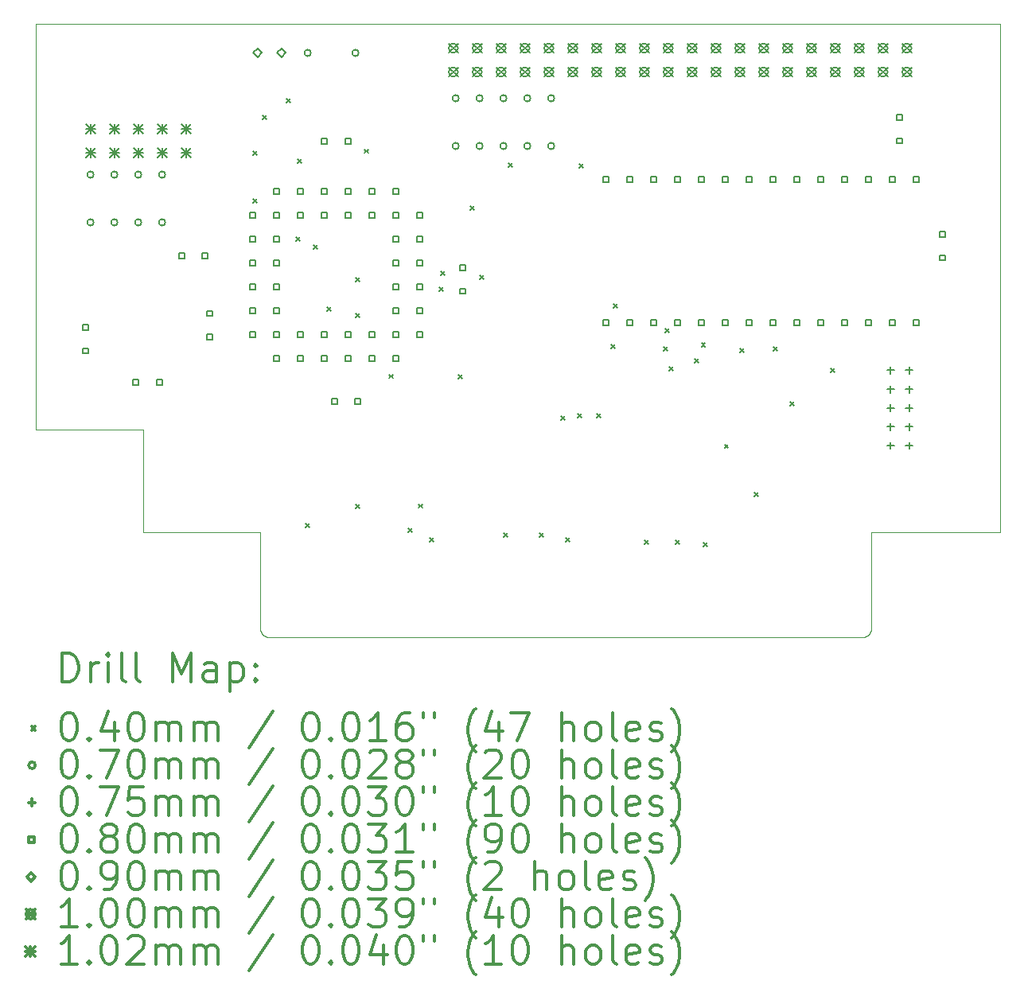
<source format=gbr>
%FSLAX45Y45*%
G04 Gerber Fmt 4.5, Leading zero omitted, Abs format (unit mm)*
G04 Created by KiCad (PCBNEW (5.1.5)-3) date 2020-07-28 20:00:21*
%MOMM*%
%LPD*%
G04 APERTURE LIST*
%TA.AperFunction,Profile*%
%ADD10C,0.050000*%
%TD*%
%ADD11C,0.200000*%
%ADD12C,0.300000*%
G04 APERTURE END LIST*
D10*
X13538200Y787400D02*
X23799800Y787400D01*
X13538200Y-3530600D02*
X13538200Y787400D01*
X14681200Y-3530600D02*
X13538200Y-3530600D01*
X14681200Y-4622800D02*
X14681200Y-3530600D01*
X15925800Y-4622800D02*
X14681200Y-4622800D01*
X15925800Y-5664200D02*
X15925800Y-4622800D01*
X15951200Y-5715000D02*
X15925800Y-5664200D01*
X16002000Y-5740400D02*
X15951200Y-5715000D01*
X22352000Y-5740400D02*
X16002000Y-5740400D01*
X22402800Y-5715000D02*
X22352000Y-5740400D01*
X22428200Y-5664200D02*
X22402800Y-5715000D01*
X22428200Y-4622800D02*
X22428200Y-5664200D01*
X23799800Y-4622800D02*
X22428200Y-4622800D01*
X23799800Y787400D02*
X23799800Y-4622800D01*
D11*
X15853000Y-562200D02*
X15893000Y-602200D01*
X15893000Y-562200D02*
X15853000Y-602200D01*
X15855000Y-1072200D02*
X15895000Y-1112200D01*
X15895000Y-1072200D02*
X15855000Y-1112200D01*
X15956600Y-183200D02*
X15996600Y-223200D01*
X15996600Y-183200D02*
X15956600Y-223200D01*
X16210600Y-5400D02*
X16250600Y-45400D01*
X16250600Y-5400D02*
X16210600Y-45400D01*
X16312200Y-1478600D02*
X16352200Y-1518600D01*
X16352200Y-1478600D02*
X16312200Y-1518600D01*
X16328295Y-649477D02*
X16368295Y-689477D01*
X16368295Y-649477D02*
X16328295Y-689477D01*
X16413800Y-4526600D02*
X16453800Y-4566600D01*
X16453800Y-4526600D02*
X16413800Y-4566600D01*
X16498919Y-1563601D02*
X16538919Y-1603601D01*
X16538919Y-1563601D02*
X16498919Y-1603601D01*
X16639934Y-2222705D02*
X16679934Y-2262705D01*
X16679934Y-2222705D02*
X16639934Y-2262705D01*
X16947200Y-1910400D02*
X16987200Y-1950400D01*
X16987200Y-1910400D02*
X16947200Y-1950400D01*
X16947200Y-2291400D02*
X16987200Y-2331400D01*
X16987200Y-2291400D02*
X16947200Y-2331400D01*
X16947200Y-2291400D02*
X16987200Y-2331400D01*
X16987200Y-2291400D02*
X16947200Y-2331400D01*
X16947200Y-4323400D02*
X16987200Y-4363400D01*
X16987200Y-4323400D02*
X16947200Y-4363400D01*
X17037462Y-544369D02*
X17077462Y-584369D01*
X17077462Y-544369D02*
X17037462Y-584369D01*
X17302800Y-2939721D02*
X17342800Y-2979721D01*
X17342800Y-2939721D02*
X17302800Y-2979721D01*
X17506000Y-4577400D02*
X17546000Y-4617400D01*
X17546000Y-4577400D02*
X17506000Y-4617400D01*
X17611464Y-4318481D02*
X17651464Y-4358481D01*
X17651464Y-4318481D02*
X17611464Y-4358481D01*
X17734600Y-4679000D02*
X17774600Y-4719000D01*
X17774600Y-4679000D02*
X17734600Y-4719000D01*
X17836200Y-2012000D02*
X17876200Y-2052000D01*
X17876200Y-2012000D02*
X17836200Y-2052000D01*
X17852814Y-1840966D02*
X17892814Y-1880966D01*
X17892814Y-1840966D02*
X17852814Y-1880966D01*
X18039400Y-2942999D02*
X18079400Y-2982999D01*
X18079400Y-2942999D02*
X18039400Y-2982999D01*
X18166400Y-1148400D02*
X18206400Y-1188400D01*
X18206400Y-1148400D02*
X18166400Y-1188400D01*
X18268000Y-1885000D02*
X18308000Y-1925000D01*
X18308000Y-1885000D02*
X18268000Y-1925000D01*
X18522000Y-4628200D02*
X18562000Y-4668200D01*
X18562000Y-4628200D02*
X18522000Y-4668200D01*
X18572800Y-688598D02*
X18612800Y-728598D01*
X18612800Y-688598D02*
X18572800Y-728598D01*
X18903000Y-4628200D02*
X18943000Y-4668200D01*
X18943000Y-4628200D02*
X18903000Y-4668200D01*
X19131600Y-3383600D02*
X19171600Y-3423600D01*
X19171600Y-3383600D02*
X19131600Y-3423600D01*
X19182400Y-4679000D02*
X19222400Y-4719000D01*
X19222400Y-4679000D02*
X19182400Y-4719000D01*
X19309400Y-3358200D02*
X19349400Y-3398200D01*
X19349400Y-3358200D02*
X19309400Y-3398200D01*
X19323765Y-699337D02*
X19363765Y-739337D01*
X19363765Y-699337D02*
X19323765Y-739337D01*
X19512600Y-3358200D02*
X19552600Y-3398200D01*
X19552600Y-3358200D02*
X19512600Y-3398200D01*
X19665000Y-2621600D02*
X19705000Y-2661600D01*
X19705000Y-2621600D02*
X19665000Y-2661600D01*
X19690400Y-2189800D02*
X19730400Y-2229800D01*
X19730400Y-2189800D02*
X19690400Y-2229800D01*
X20020600Y-4704400D02*
X20060600Y-4744400D01*
X20060600Y-4704400D02*
X20020600Y-4744400D01*
X20223800Y-2647000D02*
X20263800Y-2687000D01*
X20263800Y-2647000D02*
X20223800Y-2687000D01*
X20239100Y-2451998D02*
X20279100Y-2491998D01*
X20279100Y-2451998D02*
X20239100Y-2491998D01*
X20278495Y-2859001D02*
X20318495Y-2899001D01*
X20318495Y-2859001D02*
X20278495Y-2899001D01*
X20350800Y-4704400D02*
X20390800Y-4744400D01*
X20390800Y-4704400D02*
X20350800Y-4744400D01*
X20554000Y-2774000D02*
X20594000Y-2814000D01*
X20594000Y-2774000D02*
X20554000Y-2814000D01*
X20624037Y-2601999D02*
X20664037Y-2641999D01*
X20664037Y-2601999D02*
X20624037Y-2641999D01*
X20644332Y-4732897D02*
X20684332Y-4772897D01*
X20684332Y-4732897D02*
X20644332Y-4772897D01*
X20868773Y-3685217D02*
X20908773Y-3725217D01*
X20908773Y-3685217D02*
X20868773Y-3725217D01*
X21035041Y-2663599D02*
X21075041Y-2703599D01*
X21075041Y-2663599D02*
X21035041Y-2703599D01*
X21189000Y-4196400D02*
X21229000Y-4236400D01*
X21229000Y-4196400D02*
X21189000Y-4236400D01*
X21392200Y-2647000D02*
X21432200Y-2687000D01*
X21432200Y-2647000D02*
X21392200Y-2687000D01*
X21570000Y-3231200D02*
X21610000Y-3271200D01*
X21610000Y-3231200D02*
X21570000Y-3271200D01*
X22001800Y-2875600D02*
X22041800Y-2915600D01*
X22041800Y-2875600D02*
X22001800Y-2915600D01*
X14919400Y-812800D02*
G75*
G03X14919400Y-812800I-35000J0D01*
G01*
X14919400Y-1320800D02*
G75*
G03X14919400Y-1320800I-35000J0D01*
G01*
X18043600Y0D02*
G75*
G03X18043600Y0I-35000J0D01*
G01*
X18043600Y-508000D02*
G75*
G03X18043600Y-508000I-35000J0D01*
G01*
X14157400Y-812800D02*
G75*
G03X14157400Y-812800I-35000J0D01*
G01*
X14157400Y-1320800D02*
G75*
G03X14157400Y-1320800I-35000J0D01*
G01*
X18297600Y0D02*
G75*
G03X18297600Y0I-35000J0D01*
G01*
X18297600Y-508000D02*
G75*
G03X18297600Y-508000I-35000J0D01*
G01*
X14411400Y-812800D02*
G75*
G03X14411400Y-812800I-35000J0D01*
G01*
X14411400Y-1320800D02*
G75*
G03X14411400Y-1320800I-35000J0D01*
G01*
X16468800Y482600D02*
G75*
G03X16468800Y482600I-35000J0D01*
G01*
X16976800Y482600D02*
G75*
G03X16976800Y482600I-35000J0D01*
G01*
X19059600Y0D02*
G75*
G03X19059600Y0I-35000J0D01*
G01*
X19059600Y-508000D02*
G75*
G03X19059600Y-508000I-35000J0D01*
G01*
X18805600Y0D02*
G75*
G03X18805600Y0I-35000J0D01*
G01*
X18805600Y-508000D02*
G75*
G03X18805600Y-508000I-35000J0D01*
G01*
X14665400Y-812800D02*
G75*
G03X14665400Y-812800I-35000J0D01*
G01*
X14665400Y-1320800D02*
G75*
G03X14665400Y-1320800I-35000J0D01*
G01*
X18551600Y0D02*
G75*
G03X18551600Y0I-35000J0D01*
G01*
X18551600Y-508000D02*
G75*
G03X18551600Y-508000I-35000J0D01*
G01*
X22634600Y-2858100D02*
X22634600Y-2933100D01*
X22597100Y-2895600D02*
X22672100Y-2895600D01*
X22634600Y-3058100D02*
X22634600Y-3133100D01*
X22597100Y-3095600D02*
X22672100Y-3095600D01*
X22634600Y-3258100D02*
X22634600Y-3333100D01*
X22597100Y-3295600D02*
X22672100Y-3295600D01*
X22634600Y-3458100D02*
X22634600Y-3533100D01*
X22597100Y-3495600D02*
X22672100Y-3495600D01*
X22634600Y-3658100D02*
X22634600Y-3733100D01*
X22597100Y-3695600D02*
X22672100Y-3695600D01*
X22834600Y-2858100D02*
X22834600Y-2933100D01*
X22797100Y-2895600D02*
X22872100Y-2895600D01*
X22834600Y-3058100D02*
X22834600Y-3133100D01*
X22797100Y-3095600D02*
X22872100Y-3095600D01*
X22834600Y-3258100D02*
X22834600Y-3333100D01*
X22797100Y-3295600D02*
X22872100Y-3295600D01*
X22834600Y-3458100D02*
X22834600Y-3533100D01*
X22797100Y-3495600D02*
X22872100Y-3495600D01*
X22834600Y-3658100D02*
X22834600Y-3733100D01*
X22797100Y-3695600D02*
X22872100Y-3695600D01*
X14099884Y-2466685D02*
X14099884Y-2410116D01*
X14043315Y-2410116D01*
X14043315Y-2466685D01*
X14099884Y-2466685D01*
X14099884Y-2716685D02*
X14099884Y-2660116D01*
X14043315Y-2660116D01*
X14043315Y-2716685D01*
X14099884Y-2716685D01*
X23218484Y-1476084D02*
X23218484Y-1419515D01*
X23161915Y-1419515D01*
X23161915Y-1476084D01*
X23218484Y-1476084D01*
X23218484Y-1726084D02*
X23218484Y-1669515D01*
X23161915Y-1669515D01*
X23161915Y-1726084D01*
X23218484Y-1726084D01*
X16639884Y-485484D02*
X16639884Y-428915D01*
X16583315Y-428915D01*
X16583315Y-485484D01*
X16639884Y-485484D01*
X16889885Y-485484D02*
X16889885Y-428915D01*
X16833316Y-428915D01*
X16833316Y-485484D01*
X16889885Y-485484D01*
X16745484Y-3254084D02*
X16745484Y-3197515D01*
X16688915Y-3197515D01*
X16688915Y-3254084D01*
X16745484Y-3254084D01*
X16995485Y-3254084D02*
X16995485Y-3197515D01*
X16938916Y-3197515D01*
X16938916Y-3254084D01*
X16995485Y-3254084D01*
X15877884Y-1272885D02*
X15877884Y-1216316D01*
X15821315Y-1216316D01*
X15821315Y-1272885D01*
X15877884Y-1272885D01*
X15877884Y-1526884D02*
X15877884Y-1470315D01*
X15821315Y-1470315D01*
X15821315Y-1526884D01*
X15877884Y-1526884D01*
X15877884Y-1780884D02*
X15877884Y-1724315D01*
X15821315Y-1724315D01*
X15821315Y-1780884D01*
X15877884Y-1780884D01*
X15877884Y-2034884D02*
X15877884Y-1978315D01*
X15821315Y-1978315D01*
X15821315Y-2034884D01*
X15877884Y-2034884D01*
X15877884Y-2288885D02*
X15877884Y-2232316D01*
X15821315Y-2232316D01*
X15821315Y-2288885D01*
X15877884Y-2288885D01*
X15877884Y-2542885D02*
X15877884Y-2486316D01*
X15821315Y-2486316D01*
X15821315Y-2542885D01*
X15877884Y-2542885D01*
X16131884Y-1018884D02*
X16131884Y-962315D01*
X16075315Y-962315D01*
X16075315Y-1018884D01*
X16131884Y-1018884D01*
X16131884Y-1272885D02*
X16131884Y-1216316D01*
X16075315Y-1216316D01*
X16075315Y-1272885D01*
X16131884Y-1272885D01*
X16131884Y-1526884D02*
X16131884Y-1470315D01*
X16075315Y-1470315D01*
X16075315Y-1526884D01*
X16131884Y-1526884D01*
X16131884Y-1780884D02*
X16131884Y-1724315D01*
X16075315Y-1724315D01*
X16075315Y-1780884D01*
X16131884Y-1780884D01*
X16131884Y-2034884D02*
X16131884Y-1978315D01*
X16075315Y-1978315D01*
X16075315Y-2034884D01*
X16131884Y-2034884D01*
X16131884Y-2288885D02*
X16131884Y-2232316D01*
X16075315Y-2232316D01*
X16075315Y-2288885D01*
X16131884Y-2288885D01*
X16131884Y-2542885D02*
X16131884Y-2486316D01*
X16075315Y-2486316D01*
X16075315Y-2542885D01*
X16131884Y-2542885D01*
X16131884Y-2796884D02*
X16131884Y-2740316D01*
X16075315Y-2740316D01*
X16075315Y-2796884D01*
X16131884Y-2796884D01*
X16385884Y-1018884D02*
X16385884Y-962315D01*
X16329315Y-962315D01*
X16329315Y-1018884D01*
X16385884Y-1018884D01*
X16385884Y-1272885D02*
X16385884Y-1216316D01*
X16329315Y-1216316D01*
X16329315Y-1272885D01*
X16385884Y-1272885D01*
X16385884Y-2542885D02*
X16385884Y-2486316D01*
X16329315Y-2486316D01*
X16329315Y-2542885D01*
X16385884Y-2542885D01*
X16385884Y-2796884D02*
X16385884Y-2740316D01*
X16329315Y-2740316D01*
X16329315Y-2796884D01*
X16385884Y-2796884D01*
X16639884Y-1018884D02*
X16639884Y-962315D01*
X16583315Y-962315D01*
X16583315Y-1018884D01*
X16639884Y-1018884D01*
X16639884Y-1272885D02*
X16639884Y-1216316D01*
X16583315Y-1216316D01*
X16583315Y-1272885D01*
X16639884Y-1272885D01*
X16639884Y-2542885D02*
X16639884Y-2486316D01*
X16583315Y-2486316D01*
X16583315Y-2542885D01*
X16639884Y-2542885D01*
X16639884Y-2796884D02*
X16639884Y-2740316D01*
X16583315Y-2740316D01*
X16583315Y-2796884D01*
X16639884Y-2796884D01*
X16893885Y-1018884D02*
X16893885Y-962315D01*
X16837316Y-962315D01*
X16837316Y-1018884D01*
X16893885Y-1018884D01*
X16893885Y-1272885D02*
X16893885Y-1216316D01*
X16837316Y-1216316D01*
X16837316Y-1272885D01*
X16893885Y-1272885D01*
X16893885Y-2542885D02*
X16893885Y-2486316D01*
X16837316Y-2486316D01*
X16837316Y-2542885D01*
X16893885Y-2542885D01*
X16893885Y-2796884D02*
X16893885Y-2740316D01*
X16837316Y-2740316D01*
X16837316Y-2796884D01*
X16893885Y-2796884D01*
X17147885Y-1018884D02*
X17147885Y-962315D01*
X17091316Y-962315D01*
X17091316Y-1018884D01*
X17147885Y-1018884D01*
X17147885Y-1272885D02*
X17147885Y-1216316D01*
X17091316Y-1216316D01*
X17091316Y-1272885D01*
X17147885Y-1272885D01*
X17147885Y-2542885D02*
X17147885Y-2486316D01*
X17091316Y-2486316D01*
X17091316Y-2542885D01*
X17147885Y-2542885D01*
X17147885Y-2796884D02*
X17147885Y-2740316D01*
X17091316Y-2740316D01*
X17091316Y-2796884D01*
X17147885Y-2796884D01*
X17401885Y-1018884D02*
X17401885Y-962315D01*
X17345316Y-962315D01*
X17345316Y-1018884D01*
X17401885Y-1018884D01*
X17401885Y-1272885D02*
X17401885Y-1216316D01*
X17345316Y-1216316D01*
X17345316Y-1272885D01*
X17401885Y-1272885D01*
X17401885Y-1526884D02*
X17401885Y-1470315D01*
X17345316Y-1470315D01*
X17345316Y-1526884D01*
X17401885Y-1526884D01*
X17401885Y-1780884D02*
X17401885Y-1724315D01*
X17345316Y-1724315D01*
X17345316Y-1780884D01*
X17401885Y-1780884D01*
X17401885Y-2034884D02*
X17401885Y-1978315D01*
X17345316Y-1978315D01*
X17345316Y-2034884D01*
X17401885Y-2034884D01*
X17401885Y-2288885D02*
X17401885Y-2232316D01*
X17345316Y-2232316D01*
X17345316Y-2288885D01*
X17401885Y-2288885D01*
X17401885Y-2542885D02*
X17401885Y-2486316D01*
X17345316Y-2486316D01*
X17345316Y-2542885D01*
X17401885Y-2542885D01*
X17401885Y-2796884D02*
X17401885Y-2740316D01*
X17345316Y-2740316D01*
X17345316Y-2796884D01*
X17401885Y-2796884D01*
X17655885Y-1272885D02*
X17655885Y-1216316D01*
X17599316Y-1216316D01*
X17599316Y-1272885D01*
X17655885Y-1272885D01*
X17655885Y-1526884D02*
X17655885Y-1470315D01*
X17599316Y-1470315D01*
X17599316Y-1526884D01*
X17655885Y-1526884D01*
X17655885Y-1780884D02*
X17655885Y-1724315D01*
X17599316Y-1724315D01*
X17599316Y-1780884D01*
X17655885Y-1780884D01*
X17655885Y-2034884D02*
X17655885Y-1978315D01*
X17599316Y-1978315D01*
X17599316Y-2034884D01*
X17655885Y-2034884D01*
X17655885Y-2288885D02*
X17655885Y-2232316D01*
X17599316Y-2232316D01*
X17599316Y-2288885D01*
X17655885Y-2288885D01*
X17655885Y-2542885D02*
X17655885Y-2486316D01*
X17599316Y-2486316D01*
X17599316Y-2542885D01*
X17655885Y-2542885D01*
X18113085Y-1831684D02*
X18113085Y-1775115D01*
X18056516Y-1775115D01*
X18056516Y-1831684D01*
X18113085Y-1831684D01*
X18113085Y-2081684D02*
X18113085Y-2025115D01*
X18056516Y-2025115D01*
X18056516Y-2081684D01*
X18113085Y-2081684D01*
X14633284Y-3050884D02*
X14633284Y-2994315D01*
X14576715Y-2994315D01*
X14576715Y-3050884D01*
X14633284Y-3050884D01*
X14883284Y-3050884D02*
X14883284Y-2994315D01*
X14826715Y-2994315D01*
X14826715Y-3050884D01*
X14883284Y-3050884D01*
X15119884Y-1704684D02*
X15119884Y-1648115D01*
X15063315Y-1648115D01*
X15063315Y-1704684D01*
X15119884Y-1704684D01*
X15369884Y-1704684D02*
X15369884Y-1648115D01*
X15313315Y-1648115D01*
X15313315Y-1704684D01*
X15369884Y-1704684D01*
X22761284Y-231484D02*
X22761284Y-174915D01*
X22704715Y-174915D01*
X22704715Y-231484D01*
X22761284Y-231484D01*
X22761284Y-481484D02*
X22761284Y-424915D01*
X22704715Y-424915D01*
X22704715Y-481484D01*
X22761284Y-481484D01*
X19637085Y-891884D02*
X19637085Y-835315D01*
X19580516Y-835315D01*
X19580516Y-891884D01*
X19637085Y-891884D01*
X19637085Y-2415885D02*
X19637085Y-2359316D01*
X19580516Y-2359316D01*
X19580516Y-2415885D01*
X19637085Y-2415885D01*
X19891085Y-891884D02*
X19891085Y-835315D01*
X19834516Y-835315D01*
X19834516Y-891884D01*
X19891085Y-891884D01*
X19891085Y-2415885D02*
X19891085Y-2359316D01*
X19834516Y-2359316D01*
X19834516Y-2415885D01*
X19891085Y-2415885D01*
X20145085Y-891884D02*
X20145085Y-835315D01*
X20088516Y-835315D01*
X20088516Y-891884D01*
X20145085Y-891884D01*
X20145085Y-2415885D02*
X20145085Y-2359316D01*
X20088516Y-2359316D01*
X20088516Y-2415885D01*
X20145085Y-2415885D01*
X20399085Y-891884D02*
X20399085Y-835315D01*
X20342516Y-835315D01*
X20342516Y-891884D01*
X20399085Y-891884D01*
X20399085Y-2415885D02*
X20399085Y-2359316D01*
X20342516Y-2359316D01*
X20342516Y-2415885D01*
X20399085Y-2415885D01*
X20653085Y-891884D02*
X20653085Y-835315D01*
X20596516Y-835315D01*
X20596516Y-891884D01*
X20653085Y-891884D01*
X20653085Y-2415885D02*
X20653085Y-2359316D01*
X20596516Y-2359316D01*
X20596516Y-2415885D01*
X20653085Y-2415885D01*
X20907085Y-891884D02*
X20907085Y-835315D01*
X20850516Y-835315D01*
X20850516Y-891884D01*
X20907085Y-891884D01*
X20907085Y-2415885D02*
X20907085Y-2359316D01*
X20850516Y-2359316D01*
X20850516Y-2415885D01*
X20907085Y-2415885D01*
X21161085Y-891884D02*
X21161085Y-835315D01*
X21104516Y-835315D01*
X21104516Y-891884D01*
X21161085Y-891884D01*
X21161085Y-2415885D02*
X21161085Y-2359316D01*
X21104516Y-2359316D01*
X21104516Y-2415885D01*
X21161085Y-2415885D01*
X21415085Y-891884D02*
X21415085Y-835315D01*
X21358516Y-835315D01*
X21358516Y-891884D01*
X21415085Y-891884D01*
X21415085Y-2415885D02*
X21415085Y-2359316D01*
X21358516Y-2359316D01*
X21358516Y-2415885D01*
X21415085Y-2415885D01*
X21669085Y-891884D02*
X21669085Y-835315D01*
X21612516Y-835315D01*
X21612516Y-891884D01*
X21669085Y-891884D01*
X21669085Y-2415885D02*
X21669085Y-2359316D01*
X21612516Y-2359316D01*
X21612516Y-2415885D01*
X21669085Y-2415885D01*
X21923085Y-891884D02*
X21923085Y-835315D01*
X21866516Y-835315D01*
X21866516Y-891884D01*
X21923085Y-891884D01*
X21923085Y-2415885D02*
X21923085Y-2359316D01*
X21866516Y-2359316D01*
X21866516Y-2415885D01*
X21923085Y-2415885D01*
X22177085Y-891884D02*
X22177085Y-835315D01*
X22120516Y-835315D01*
X22120516Y-891884D01*
X22177085Y-891884D01*
X22177085Y-2415885D02*
X22177085Y-2359316D01*
X22120516Y-2359316D01*
X22120516Y-2415885D01*
X22177085Y-2415885D01*
X22431084Y-891884D02*
X22431084Y-835315D01*
X22374515Y-835315D01*
X22374515Y-891884D01*
X22431084Y-891884D01*
X22431084Y-2415885D02*
X22431084Y-2359316D01*
X22374515Y-2359316D01*
X22374515Y-2415885D01*
X22431084Y-2415885D01*
X22685084Y-891884D02*
X22685084Y-835315D01*
X22628515Y-835315D01*
X22628515Y-891884D01*
X22685084Y-891884D01*
X22685084Y-2415885D02*
X22685084Y-2359316D01*
X22628515Y-2359316D01*
X22628515Y-2415885D01*
X22685084Y-2415885D01*
X22939084Y-891884D02*
X22939084Y-835315D01*
X22882515Y-835315D01*
X22882515Y-891884D01*
X22939084Y-891884D01*
X22939084Y-2415885D02*
X22939084Y-2359316D01*
X22882515Y-2359316D01*
X22882515Y-2415885D01*
X22939084Y-2415885D01*
X15420684Y-2318285D02*
X15420684Y-2261716D01*
X15364115Y-2261716D01*
X15364115Y-2318285D01*
X15420684Y-2318285D01*
X15420684Y-2568285D02*
X15420684Y-2511716D01*
X15364115Y-2511716D01*
X15364115Y-2568285D01*
X15420684Y-2568285D01*
X15900000Y439000D02*
X15945000Y484000D01*
X15900000Y529000D01*
X15855000Y484000D01*
X15900000Y439000D01*
X16154000Y439000D02*
X16199000Y484000D01*
X16154000Y529000D01*
X16109000Y484000D01*
X16154000Y439000D01*
X17933200Y583400D02*
X18033200Y483400D01*
X18033200Y583400D02*
X17933200Y483400D01*
X18033200Y533400D02*
G75*
G03X18033200Y533400I-50000J0D01*
G01*
X17933200Y329400D02*
X18033200Y229400D01*
X18033200Y329400D02*
X17933200Y229400D01*
X18033200Y279400D02*
G75*
G03X18033200Y279400I-50000J0D01*
G01*
X18187200Y583400D02*
X18287200Y483400D01*
X18287200Y583400D02*
X18187200Y483400D01*
X18287200Y533400D02*
G75*
G03X18287200Y533400I-50000J0D01*
G01*
X18187200Y329400D02*
X18287200Y229400D01*
X18287200Y329400D02*
X18187200Y229400D01*
X18287200Y279400D02*
G75*
G03X18287200Y279400I-50000J0D01*
G01*
X18441200Y583400D02*
X18541200Y483400D01*
X18541200Y583400D02*
X18441200Y483400D01*
X18541200Y533400D02*
G75*
G03X18541200Y533400I-50000J0D01*
G01*
X18441200Y329400D02*
X18541200Y229400D01*
X18541200Y329400D02*
X18441200Y229400D01*
X18541200Y279400D02*
G75*
G03X18541200Y279400I-50000J0D01*
G01*
X18695200Y583400D02*
X18795200Y483400D01*
X18795200Y583400D02*
X18695200Y483400D01*
X18795200Y533400D02*
G75*
G03X18795200Y533400I-50000J0D01*
G01*
X18695200Y329400D02*
X18795200Y229400D01*
X18795200Y329400D02*
X18695200Y229400D01*
X18795200Y279400D02*
G75*
G03X18795200Y279400I-50000J0D01*
G01*
X18949200Y583400D02*
X19049200Y483400D01*
X19049200Y583400D02*
X18949200Y483400D01*
X19049200Y533400D02*
G75*
G03X19049200Y533400I-50000J0D01*
G01*
X18949200Y329400D02*
X19049200Y229400D01*
X19049200Y329400D02*
X18949200Y229400D01*
X19049200Y279400D02*
G75*
G03X19049200Y279400I-50000J0D01*
G01*
X19203200Y583400D02*
X19303200Y483400D01*
X19303200Y583400D02*
X19203200Y483400D01*
X19303200Y533400D02*
G75*
G03X19303200Y533400I-50000J0D01*
G01*
X19203200Y329400D02*
X19303200Y229400D01*
X19303200Y329400D02*
X19203200Y229400D01*
X19303200Y279400D02*
G75*
G03X19303200Y279400I-50000J0D01*
G01*
X19457200Y583400D02*
X19557200Y483400D01*
X19557200Y583400D02*
X19457200Y483400D01*
X19557200Y533400D02*
G75*
G03X19557200Y533400I-50000J0D01*
G01*
X19457200Y329400D02*
X19557200Y229400D01*
X19557200Y329400D02*
X19457200Y229400D01*
X19557200Y279400D02*
G75*
G03X19557200Y279400I-50000J0D01*
G01*
X19711200Y583400D02*
X19811200Y483400D01*
X19811200Y583400D02*
X19711200Y483400D01*
X19811200Y533400D02*
G75*
G03X19811200Y533400I-50000J0D01*
G01*
X19711200Y329400D02*
X19811200Y229400D01*
X19811200Y329400D02*
X19711200Y229400D01*
X19811200Y279400D02*
G75*
G03X19811200Y279400I-50000J0D01*
G01*
X19965200Y583400D02*
X20065200Y483400D01*
X20065200Y583400D02*
X19965200Y483400D01*
X20065200Y533400D02*
G75*
G03X20065200Y533400I-50000J0D01*
G01*
X19965200Y329400D02*
X20065200Y229400D01*
X20065200Y329400D02*
X19965200Y229400D01*
X20065200Y279400D02*
G75*
G03X20065200Y279400I-50000J0D01*
G01*
X20219200Y583400D02*
X20319200Y483400D01*
X20319200Y583400D02*
X20219200Y483400D01*
X20319200Y533400D02*
G75*
G03X20319200Y533400I-50000J0D01*
G01*
X20219200Y329400D02*
X20319200Y229400D01*
X20319200Y329400D02*
X20219200Y229400D01*
X20319200Y279400D02*
G75*
G03X20319200Y279400I-50000J0D01*
G01*
X20473200Y583400D02*
X20573200Y483400D01*
X20573200Y583400D02*
X20473200Y483400D01*
X20573200Y533400D02*
G75*
G03X20573200Y533400I-50000J0D01*
G01*
X20473200Y329400D02*
X20573200Y229400D01*
X20573200Y329400D02*
X20473200Y229400D01*
X20573200Y279400D02*
G75*
G03X20573200Y279400I-50000J0D01*
G01*
X20727200Y583400D02*
X20827200Y483400D01*
X20827200Y583400D02*
X20727200Y483400D01*
X20827200Y533400D02*
G75*
G03X20827200Y533400I-50000J0D01*
G01*
X20727200Y329400D02*
X20827200Y229400D01*
X20827200Y329400D02*
X20727200Y229400D01*
X20827200Y279400D02*
G75*
G03X20827200Y279400I-50000J0D01*
G01*
X20981200Y583400D02*
X21081200Y483400D01*
X21081200Y583400D02*
X20981200Y483400D01*
X21081200Y533400D02*
G75*
G03X21081200Y533400I-50000J0D01*
G01*
X20981200Y329400D02*
X21081200Y229400D01*
X21081200Y329400D02*
X20981200Y229400D01*
X21081200Y279400D02*
G75*
G03X21081200Y279400I-50000J0D01*
G01*
X21235200Y583400D02*
X21335200Y483400D01*
X21335200Y583400D02*
X21235200Y483400D01*
X21335200Y533400D02*
G75*
G03X21335200Y533400I-50000J0D01*
G01*
X21235200Y329400D02*
X21335200Y229400D01*
X21335200Y329400D02*
X21235200Y229400D01*
X21335200Y279400D02*
G75*
G03X21335200Y279400I-50000J0D01*
G01*
X21489200Y583400D02*
X21589200Y483400D01*
X21589200Y583400D02*
X21489200Y483400D01*
X21589200Y533400D02*
G75*
G03X21589200Y533400I-50000J0D01*
G01*
X21489200Y329400D02*
X21589200Y229400D01*
X21589200Y329400D02*
X21489200Y229400D01*
X21589200Y279400D02*
G75*
G03X21589200Y279400I-50000J0D01*
G01*
X21743200Y583400D02*
X21843200Y483400D01*
X21843200Y583400D02*
X21743200Y483400D01*
X21843200Y533400D02*
G75*
G03X21843200Y533400I-50000J0D01*
G01*
X21743200Y329400D02*
X21843200Y229400D01*
X21843200Y329400D02*
X21743200Y229400D01*
X21843200Y279400D02*
G75*
G03X21843200Y279400I-50000J0D01*
G01*
X21997200Y583400D02*
X22097200Y483400D01*
X22097200Y583400D02*
X21997200Y483400D01*
X22097200Y533400D02*
G75*
G03X22097200Y533400I-50000J0D01*
G01*
X21997200Y329400D02*
X22097200Y229400D01*
X22097200Y329400D02*
X21997200Y229400D01*
X22097200Y279400D02*
G75*
G03X22097200Y279400I-50000J0D01*
G01*
X22251200Y583400D02*
X22351200Y483400D01*
X22351200Y583400D02*
X22251200Y483400D01*
X22351200Y533400D02*
G75*
G03X22351200Y533400I-50000J0D01*
G01*
X22251200Y329400D02*
X22351200Y229400D01*
X22351200Y329400D02*
X22251200Y229400D01*
X22351200Y279400D02*
G75*
G03X22351200Y279400I-50000J0D01*
G01*
X22505200Y583400D02*
X22605200Y483400D01*
X22605200Y583400D02*
X22505200Y483400D01*
X22605200Y533400D02*
G75*
G03X22605200Y533400I-50000J0D01*
G01*
X22505200Y329400D02*
X22605200Y229400D01*
X22605200Y329400D02*
X22505200Y229400D01*
X22605200Y279400D02*
G75*
G03X22605200Y279400I-50000J0D01*
G01*
X22759200Y583400D02*
X22859200Y483400D01*
X22859200Y583400D02*
X22759200Y483400D01*
X22859200Y533400D02*
G75*
G03X22859200Y533400I-50000J0D01*
G01*
X22759200Y329400D02*
X22859200Y229400D01*
X22859200Y329400D02*
X22759200Y229400D01*
X22859200Y279400D02*
G75*
G03X22859200Y279400I-50000J0D01*
G01*
X14071600Y-279400D02*
X14173200Y-381000D01*
X14173200Y-279400D02*
X14071600Y-381000D01*
X14122400Y-279400D02*
X14122400Y-381000D01*
X14071600Y-330200D02*
X14173200Y-330200D01*
X14071600Y-533400D02*
X14173200Y-635000D01*
X14173200Y-533400D02*
X14071600Y-635000D01*
X14122400Y-533400D02*
X14122400Y-635000D01*
X14071600Y-584200D02*
X14173200Y-584200D01*
X14325600Y-279400D02*
X14427200Y-381000D01*
X14427200Y-279400D02*
X14325600Y-381000D01*
X14376400Y-279400D02*
X14376400Y-381000D01*
X14325600Y-330200D02*
X14427200Y-330200D01*
X14325600Y-533400D02*
X14427200Y-635000D01*
X14427200Y-533400D02*
X14325600Y-635000D01*
X14376400Y-533400D02*
X14376400Y-635000D01*
X14325600Y-584200D02*
X14427200Y-584200D01*
X14579600Y-279400D02*
X14681200Y-381000D01*
X14681200Y-279400D02*
X14579600Y-381000D01*
X14630400Y-279400D02*
X14630400Y-381000D01*
X14579600Y-330200D02*
X14681200Y-330200D01*
X14579600Y-533400D02*
X14681200Y-635000D01*
X14681200Y-533400D02*
X14579600Y-635000D01*
X14630400Y-533400D02*
X14630400Y-635000D01*
X14579600Y-584200D02*
X14681200Y-584200D01*
X14833600Y-279400D02*
X14935200Y-381000D01*
X14935200Y-279400D02*
X14833600Y-381000D01*
X14884400Y-279400D02*
X14884400Y-381000D01*
X14833600Y-330200D02*
X14935200Y-330200D01*
X14833600Y-533400D02*
X14935200Y-635000D01*
X14935200Y-533400D02*
X14833600Y-635000D01*
X14884400Y-533400D02*
X14884400Y-635000D01*
X14833600Y-584200D02*
X14935200Y-584200D01*
X15087600Y-279400D02*
X15189200Y-381000D01*
X15189200Y-279400D02*
X15087600Y-381000D01*
X15138400Y-279400D02*
X15138400Y-381000D01*
X15087600Y-330200D02*
X15189200Y-330200D01*
X15087600Y-533400D02*
X15189200Y-635000D01*
X15189200Y-533400D02*
X15087600Y-635000D01*
X15138400Y-533400D02*
X15138400Y-635000D01*
X15087600Y-584200D02*
X15189200Y-584200D01*
D12*
X13822128Y-6208614D02*
X13822128Y-5908614D01*
X13893557Y-5908614D01*
X13936414Y-5922900D01*
X13964986Y-5951471D01*
X13979271Y-5980043D01*
X13993557Y-6037186D01*
X13993557Y-6080043D01*
X13979271Y-6137186D01*
X13964986Y-6165757D01*
X13936414Y-6194329D01*
X13893557Y-6208614D01*
X13822128Y-6208614D01*
X14122128Y-6208614D02*
X14122128Y-6008614D01*
X14122128Y-6065757D02*
X14136414Y-6037186D01*
X14150700Y-6022900D01*
X14179271Y-6008614D01*
X14207843Y-6008614D01*
X14307843Y-6208614D02*
X14307843Y-6008614D01*
X14307843Y-5908614D02*
X14293557Y-5922900D01*
X14307843Y-5937186D01*
X14322128Y-5922900D01*
X14307843Y-5908614D01*
X14307843Y-5937186D01*
X14493557Y-6208614D02*
X14464986Y-6194329D01*
X14450700Y-6165757D01*
X14450700Y-5908614D01*
X14650700Y-6208614D02*
X14622128Y-6194329D01*
X14607843Y-6165757D01*
X14607843Y-5908614D01*
X14993557Y-6208614D02*
X14993557Y-5908614D01*
X15093557Y-6122900D01*
X15193557Y-5908614D01*
X15193557Y-6208614D01*
X15464986Y-6208614D02*
X15464986Y-6051471D01*
X15450700Y-6022900D01*
X15422128Y-6008614D01*
X15364986Y-6008614D01*
X15336414Y-6022900D01*
X15464986Y-6194329D02*
X15436414Y-6208614D01*
X15364986Y-6208614D01*
X15336414Y-6194329D01*
X15322128Y-6165757D01*
X15322128Y-6137186D01*
X15336414Y-6108614D01*
X15364986Y-6094329D01*
X15436414Y-6094329D01*
X15464986Y-6080043D01*
X15607843Y-6008614D02*
X15607843Y-6308614D01*
X15607843Y-6022900D02*
X15636414Y-6008614D01*
X15693557Y-6008614D01*
X15722128Y-6022900D01*
X15736414Y-6037186D01*
X15750700Y-6065757D01*
X15750700Y-6151471D01*
X15736414Y-6180043D01*
X15722128Y-6194329D01*
X15693557Y-6208614D01*
X15636414Y-6208614D01*
X15607843Y-6194329D01*
X15879271Y-6180043D02*
X15893557Y-6194329D01*
X15879271Y-6208614D01*
X15864986Y-6194329D01*
X15879271Y-6180043D01*
X15879271Y-6208614D01*
X15879271Y-6022900D02*
X15893557Y-6037186D01*
X15879271Y-6051471D01*
X15864986Y-6037186D01*
X15879271Y-6022900D01*
X15879271Y-6051471D01*
X13495700Y-6682900D02*
X13535700Y-6722900D01*
X13535700Y-6682900D02*
X13495700Y-6722900D01*
X13879271Y-6538614D02*
X13907843Y-6538614D01*
X13936414Y-6552900D01*
X13950700Y-6567186D01*
X13964986Y-6595757D01*
X13979271Y-6652900D01*
X13979271Y-6724329D01*
X13964986Y-6781471D01*
X13950700Y-6810043D01*
X13936414Y-6824329D01*
X13907843Y-6838614D01*
X13879271Y-6838614D01*
X13850700Y-6824329D01*
X13836414Y-6810043D01*
X13822128Y-6781471D01*
X13807843Y-6724329D01*
X13807843Y-6652900D01*
X13822128Y-6595757D01*
X13836414Y-6567186D01*
X13850700Y-6552900D01*
X13879271Y-6538614D01*
X14107843Y-6810043D02*
X14122128Y-6824329D01*
X14107843Y-6838614D01*
X14093557Y-6824329D01*
X14107843Y-6810043D01*
X14107843Y-6838614D01*
X14379271Y-6638614D02*
X14379271Y-6838614D01*
X14307843Y-6524329D02*
X14236414Y-6738614D01*
X14422128Y-6738614D01*
X14593557Y-6538614D02*
X14622128Y-6538614D01*
X14650700Y-6552900D01*
X14664986Y-6567186D01*
X14679271Y-6595757D01*
X14693557Y-6652900D01*
X14693557Y-6724329D01*
X14679271Y-6781471D01*
X14664986Y-6810043D01*
X14650700Y-6824329D01*
X14622128Y-6838614D01*
X14593557Y-6838614D01*
X14564986Y-6824329D01*
X14550700Y-6810043D01*
X14536414Y-6781471D01*
X14522128Y-6724329D01*
X14522128Y-6652900D01*
X14536414Y-6595757D01*
X14550700Y-6567186D01*
X14564986Y-6552900D01*
X14593557Y-6538614D01*
X14822128Y-6838614D02*
X14822128Y-6638614D01*
X14822128Y-6667186D02*
X14836414Y-6652900D01*
X14864986Y-6638614D01*
X14907843Y-6638614D01*
X14936414Y-6652900D01*
X14950700Y-6681471D01*
X14950700Y-6838614D01*
X14950700Y-6681471D02*
X14964986Y-6652900D01*
X14993557Y-6638614D01*
X15036414Y-6638614D01*
X15064986Y-6652900D01*
X15079271Y-6681471D01*
X15079271Y-6838614D01*
X15222128Y-6838614D02*
X15222128Y-6638614D01*
X15222128Y-6667186D02*
X15236414Y-6652900D01*
X15264986Y-6638614D01*
X15307843Y-6638614D01*
X15336414Y-6652900D01*
X15350700Y-6681471D01*
X15350700Y-6838614D01*
X15350700Y-6681471D02*
X15364986Y-6652900D01*
X15393557Y-6638614D01*
X15436414Y-6638614D01*
X15464986Y-6652900D01*
X15479271Y-6681471D01*
X15479271Y-6838614D01*
X16064986Y-6524329D02*
X15807843Y-6910043D01*
X16450700Y-6538614D02*
X16479271Y-6538614D01*
X16507843Y-6552900D01*
X16522128Y-6567186D01*
X16536414Y-6595757D01*
X16550700Y-6652900D01*
X16550700Y-6724329D01*
X16536414Y-6781471D01*
X16522128Y-6810043D01*
X16507843Y-6824329D01*
X16479271Y-6838614D01*
X16450700Y-6838614D01*
X16422128Y-6824329D01*
X16407843Y-6810043D01*
X16393557Y-6781471D01*
X16379271Y-6724329D01*
X16379271Y-6652900D01*
X16393557Y-6595757D01*
X16407843Y-6567186D01*
X16422128Y-6552900D01*
X16450700Y-6538614D01*
X16679271Y-6810043D02*
X16693557Y-6824329D01*
X16679271Y-6838614D01*
X16664986Y-6824329D01*
X16679271Y-6810043D01*
X16679271Y-6838614D01*
X16879271Y-6538614D02*
X16907843Y-6538614D01*
X16936414Y-6552900D01*
X16950700Y-6567186D01*
X16964986Y-6595757D01*
X16979271Y-6652900D01*
X16979271Y-6724329D01*
X16964986Y-6781471D01*
X16950700Y-6810043D01*
X16936414Y-6824329D01*
X16907843Y-6838614D01*
X16879271Y-6838614D01*
X16850700Y-6824329D01*
X16836414Y-6810043D01*
X16822128Y-6781471D01*
X16807843Y-6724329D01*
X16807843Y-6652900D01*
X16822128Y-6595757D01*
X16836414Y-6567186D01*
X16850700Y-6552900D01*
X16879271Y-6538614D01*
X17264986Y-6838614D02*
X17093557Y-6838614D01*
X17179271Y-6838614D02*
X17179271Y-6538614D01*
X17150700Y-6581471D01*
X17122128Y-6610043D01*
X17093557Y-6624329D01*
X17522128Y-6538614D02*
X17464986Y-6538614D01*
X17436414Y-6552900D01*
X17422128Y-6567186D01*
X17393557Y-6610043D01*
X17379271Y-6667186D01*
X17379271Y-6781471D01*
X17393557Y-6810043D01*
X17407843Y-6824329D01*
X17436414Y-6838614D01*
X17493557Y-6838614D01*
X17522128Y-6824329D01*
X17536414Y-6810043D01*
X17550700Y-6781471D01*
X17550700Y-6710043D01*
X17536414Y-6681471D01*
X17522128Y-6667186D01*
X17493557Y-6652900D01*
X17436414Y-6652900D01*
X17407843Y-6667186D01*
X17393557Y-6681471D01*
X17379271Y-6710043D01*
X17664986Y-6538614D02*
X17664986Y-6595757D01*
X17779271Y-6538614D02*
X17779271Y-6595757D01*
X18222128Y-6952900D02*
X18207843Y-6938614D01*
X18179271Y-6895757D01*
X18164986Y-6867186D01*
X18150700Y-6824329D01*
X18136414Y-6752900D01*
X18136414Y-6695757D01*
X18150700Y-6624329D01*
X18164986Y-6581471D01*
X18179271Y-6552900D01*
X18207843Y-6510043D01*
X18222128Y-6495757D01*
X18464986Y-6638614D02*
X18464986Y-6838614D01*
X18393557Y-6524329D02*
X18322128Y-6738614D01*
X18507843Y-6738614D01*
X18593557Y-6538614D02*
X18793557Y-6538614D01*
X18664986Y-6838614D01*
X19136414Y-6838614D02*
X19136414Y-6538614D01*
X19264986Y-6838614D02*
X19264986Y-6681471D01*
X19250700Y-6652900D01*
X19222128Y-6638614D01*
X19179271Y-6638614D01*
X19150700Y-6652900D01*
X19136414Y-6667186D01*
X19450700Y-6838614D02*
X19422128Y-6824329D01*
X19407843Y-6810043D01*
X19393557Y-6781471D01*
X19393557Y-6695757D01*
X19407843Y-6667186D01*
X19422128Y-6652900D01*
X19450700Y-6638614D01*
X19493557Y-6638614D01*
X19522128Y-6652900D01*
X19536414Y-6667186D01*
X19550700Y-6695757D01*
X19550700Y-6781471D01*
X19536414Y-6810043D01*
X19522128Y-6824329D01*
X19493557Y-6838614D01*
X19450700Y-6838614D01*
X19722128Y-6838614D02*
X19693557Y-6824329D01*
X19679271Y-6795757D01*
X19679271Y-6538614D01*
X19950700Y-6824329D02*
X19922128Y-6838614D01*
X19864986Y-6838614D01*
X19836414Y-6824329D01*
X19822128Y-6795757D01*
X19822128Y-6681471D01*
X19836414Y-6652900D01*
X19864986Y-6638614D01*
X19922128Y-6638614D01*
X19950700Y-6652900D01*
X19964986Y-6681471D01*
X19964986Y-6710043D01*
X19822128Y-6738614D01*
X20079271Y-6824329D02*
X20107843Y-6838614D01*
X20164986Y-6838614D01*
X20193557Y-6824329D01*
X20207843Y-6795757D01*
X20207843Y-6781471D01*
X20193557Y-6752900D01*
X20164986Y-6738614D01*
X20122128Y-6738614D01*
X20093557Y-6724329D01*
X20079271Y-6695757D01*
X20079271Y-6681471D01*
X20093557Y-6652900D01*
X20122128Y-6638614D01*
X20164986Y-6638614D01*
X20193557Y-6652900D01*
X20307843Y-6952900D02*
X20322128Y-6938614D01*
X20350700Y-6895757D01*
X20364986Y-6867186D01*
X20379271Y-6824329D01*
X20393557Y-6752900D01*
X20393557Y-6695757D01*
X20379271Y-6624329D01*
X20364986Y-6581471D01*
X20350700Y-6552900D01*
X20322128Y-6510043D01*
X20307843Y-6495757D01*
X13535700Y-7098900D02*
G75*
G03X13535700Y-7098900I-35000J0D01*
G01*
X13879271Y-6934614D02*
X13907843Y-6934614D01*
X13936414Y-6948900D01*
X13950700Y-6963186D01*
X13964986Y-6991757D01*
X13979271Y-7048900D01*
X13979271Y-7120329D01*
X13964986Y-7177471D01*
X13950700Y-7206043D01*
X13936414Y-7220329D01*
X13907843Y-7234614D01*
X13879271Y-7234614D01*
X13850700Y-7220329D01*
X13836414Y-7206043D01*
X13822128Y-7177471D01*
X13807843Y-7120329D01*
X13807843Y-7048900D01*
X13822128Y-6991757D01*
X13836414Y-6963186D01*
X13850700Y-6948900D01*
X13879271Y-6934614D01*
X14107843Y-7206043D02*
X14122128Y-7220329D01*
X14107843Y-7234614D01*
X14093557Y-7220329D01*
X14107843Y-7206043D01*
X14107843Y-7234614D01*
X14222128Y-6934614D02*
X14422128Y-6934614D01*
X14293557Y-7234614D01*
X14593557Y-6934614D02*
X14622128Y-6934614D01*
X14650700Y-6948900D01*
X14664986Y-6963186D01*
X14679271Y-6991757D01*
X14693557Y-7048900D01*
X14693557Y-7120329D01*
X14679271Y-7177471D01*
X14664986Y-7206043D01*
X14650700Y-7220329D01*
X14622128Y-7234614D01*
X14593557Y-7234614D01*
X14564986Y-7220329D01*
X14550700Y-7206043D01*
X14536414Y-7177471D01*
X14522128Y-7120329D01*
X14522128Y-7048900D01*
X14536414Y-6991757D01*
X14550700Y-6963186D01*
X14564986Y-6948900D01*
X14593557Y-6934614D01*
X14822128Y-7234614D02*
X14822128Y-7034614D01*
X14822128Y-7063186D02*
X14836414Y-7048900D01*
X14864986Y-7034614D01*
X14907843Y-7034614D01*
X14936414Y-7048900D01*
X14950700Y-7077471D01*
X14950700Y-7234614D01*
X14950700Y-7077471D02*
X14964986Y-7048900D01*
X14993557Y-7034614D01*
X15036414Y-7034614D01*
X15064986Y-7048900D01*
X15079271Y-7077471D01*
X15079271Y-7234614D01*
X15222128Y-7234614D02*
X15222128Y-7034614D01*
X15222128Y-7063186D02*
X15236414Y-7048900D01*
X15264986Y-7034614D01*
X15307843Y-7034614D01*
X15336414Y-7048900D01*
X15350700Y-7077471D01*
X15350700Y-7234614D01*
X15350700Y-7077471D02*
X15364986Y-7048900D01*
X15393557Y-7034614D01*
X15436414Y-7034614D01*
X15464986Y-7048900D01*
X15479271Y-7077471D01*
X15479271Y-7234614D01*
X16064986Y-6920329D02*
X15807843Y-7306043D01*
X16450700Y-6934614D02*
X16479271Y-6934614D01*
X16507843Y-6948900D01*
X16522128Y-6963186D01*
X16536414Y-6991757D01*
X16550700Y-7048900D01*
X16550700Y-7120329D01*
X16536414Y-7177471D01*
X16522128Y-7206043D01*
X16507843Y-7220329D01*
X16479271Y-7234614D01*
X16450700Y-7234614D01*
X16422128Y-7220329D01*
X16407843Y-7206043D01*
X16393557Y-7177471D01*
X16379271Y-7120329D01*
X16379271Y-7048900D01*
X16393557Y-6991757D01*
X16407843Y-6963186D01*
X16422128Y-6948900D01*
X16450700Y-6934614D01*
X16679271Y-7206043D02*
X16693557Y-7220329D01*
X16679271Y-7234614D01*
X16664986Y-7220329D01*
X16679271Y-7206043D01*
X16679271Y-7234614D01*
X16879271Y-6934614D02*
X16907843Y-6934614D01*
X16936414Y-6948900D01*
X16950700Y-6963186D01*
X16964986Y-6991757D01*
X16979271Y-7048900D01*
X16979271Y-7120329D01*
X16964986Y-7177471D01*
X16950700Y-7206043D01*
X16936414Y-7220329D01*
X16907843Y-7234614D01*
X16879271Y-7234614D01*
X16850700Y-7220329D01*
X16836414Y-7206043D01*
X16822128Y-7177471D01*
X16807843Y-7120329D01*
X16807843Y-7048900D01*
X16822128Y-6991757D01*
X16836414Y-6963186D01*
X16850700Y-6948900D01*
X16879271Y-6934614D01*
X17093557Y-6963186D02*
X17107843Y-6948900D01*
X17136414Y-6934614D01*
X17207843Y-6934614D01*
X17236414Y-6948900D01*
X17250700Y-6963186D01*
X17264986Y-6991757D01*
X17264986Y-7020329D01*
X17250700Y-7063186D01*
X17079271Y-7234614D01*
X17264986Y-7234614D01*
X17436414Y-7063186D02*
X17407843Y-7048900D01*
X17393557Y-7034614D01*
X17379271Y-7006043D01*
X17379271Y-6991757D01*
X17393557Y-6963186D01*
X17407843Y-6948900D01*
X17436414Y-6934614D01*
X17493557Y-6934614D01*
X17522128Y-6948900D01*
X17536414Y-6963186D01*
X17550700Y-6991757D01*
X17550700Y-7006043D01*
X17536414Y-7034614D01*
X17522128Y-7048900D01*
X17493557Y-7063186D01*
X17436414Y-7063186D01*
X17407843Y-7077471D01*
X17393557Y-7091757D01*
X17379271Y-7120329D01*
X17379271Y-7177471D01*
X17393557Y-7206043D01*
X17407843Y-7220329D01*
X17436414Y-7234614D01*
X17493557Y-7234614D01*
X17522128Y-7220329D01*
X17536414Y-7206043D01*
X17550700Y-7177471D01*
X17550700Y-7120329D01*
X17536414Y-7091757D01*
X17522128Y-7077471D01*
X17493557Y-7063186D01*
X17664986Y-6934614D02*
X17664986Y-6991757D01*
X17779271Y-6934614D02*
X17779271Y-6991757D01*
X18222128Y-7348900D02*
X18207843Y-7334614D01*
X18179271Y-7291757D01*
X18164986Y-7263186D01*
X18150700Y-7220329D01*
X18136414Y-7148900D01*
X18136414Y-7091757D01*
X18150700Y-7020329D01*
X18164986Y-6977471D01*
X18179271Y-6948900D01*
X18207843Y-6906043D01*
X18222128Y-6891757D01*
X18322128Y-6963186D02*
X18336414Y-6948900D01*
X18364986Y-6934614D01*
X18436414Y-6934614D01*
X18464986Y-6948900D01*
X18479271Y-6963186D01*
X18493557Y-6991757D01*
X18493557Y-7020329D01*
X18479271Y-7063186D01*
X18307843Y-7234614D01*
X18493557Y-7234614D01*
X18679271Y-6934614D02*
X18707843Y-6934614D01*
X18736414Y-6948900D01*
X18750700Y-6963186D01*
X18764986Y-6991757D01*
X18779271Y-7048900D01*
X18779271Y-7120329D01*
X18764986Y-7177471D01*
X18750700Y-7206043D01*
X18736414Y-7220329D01*
X18707843Y-7234614D01*
X18679271Y-7234614D01*
X18650700Y-7220329D01*
X18636414Y-7206043D01*
X18622128Y-7177471D01*
X18607843Y-7120329D01*
X18607843Y-7048900D01*
X18622128Y-6991757D01*
X18636414Y-6963186D01*
X18650700Y-6948900D01*
X18679271Y-6934614D01*
X19136414Y-7234614D02*
X19136414Y-6934614D01*
X19264986Y-7234614D02*
X19264986Y-7077471D01*
X19250700Y-7048900D01*
X19222128Y-7034614D01*
X19179271Y-7034614D01*
X19150700Y-7048900D01*
X19136414Y-7063186D01*
X19450700Y-7234614D02*
X19422128Y-7220329D01*
X19407843Y-7206043D01*
X19393557Y-7177471D01*
X19393557Y-7091757D01*
X19407843Y-7063186D01*
X19422128Y-7048900D01*
X19450700Y-7034614D01*
X19493557Y-7034614D01*
X19522128Y-7048900D01*
X19536414Y-7063186D01*
X19550700Y-7091757D01*
X19550700Y-7177471D01*
X19536414Y-7206043D01*
X19522128Y-7220329D01*
X19493557Y-7234614D01*
X19450700Y-7234614D01*
X19722128Y-7234614D02*
X19693557Y-7220329D01*
X19679271Y-7191757D01*
X19679271Y-6934614D01*
X19950700Y-7220329D02*
X19922128Y-7234614D01*
X19864986Y-7234614D01*
X19836414Y-7220329D01*
X19822128Y-7191757D01*
X19822128Y-7077471D01*
X19836414Y-7048900D01*
X19864986Y-7034614D01*
X19922128Y-7034614D01*
X19950700Y-7048900D01*
X19964986Y-7077471D01*
X19964986Y-7106043D01*
X19822128Y-7134614D01*
X20079271Y-7220329D02*
X20107843Y-7234614D01*
X20164986Y-7234614D01*
X20193557Y-7220329D01*
X20207843Y-7191757D01*
X20207843Y-7177471D01*
X20193557Y-7148900D01*
X20164986Y-7134614D01*
X20122128Y-7134614D01*
X20093557Y-7120329D01*
X20079271Y-7091757D01*
X20079271Y-7077471D01*
X20093557Y-7048900D01*
X20122128Y-7034614D01*
X20164986Y-7034614D01*
X20193557Y-7048900D01*
X20307843Y-7348900D02*
X20322128Y-7334614D01*
X20350700Y-7291757D01*
X20364986Y-7263186D01*
X20379271Y-7220329D01*
X20393557Y-7148900D01*
X20393557Y-7091757D01*
X20379271Y-7020329D01*
X20364986Y-6977471D01*
X20350700Y-6948900D01*
X20322128Y-6906043D01*
X20307843Y-6891757D01*
X13498200Y-7457400D02*
X13498200Y-7532400D01*
X13460700Y-7494900D02*
X13535700Y-7494900D01*
X13879271Y-7330614D02*
X13907843Y-7330614D01*
X13936414Y-7344900D01*
X13950700Y-7359186D01*
X13964986Y-7387757D01*
X13979271Y-7444900D01*
X13979271Y-7516329D01*
X13964986Y-7573471D01*
X13950700Y-7602043D01*
X13936414Y-7616329D01*
X13907843Y-7630614D01*
X13879271Y-7630614D01*
X13850700Y-7616329D01*
X13836414Y-7602043D01*
X13822128Y-7573471D01*
X13807843Y-7516329D01*
X13807843Y-7444900D01*
X13822128Y-7387757D01*
X13836414Y-7359186D01*
X13850700Y-7344900D01*
X13879271Y-7330614D01*
X14107843Y-7602043D02*
X14122128Y-7616329D01*
X14107843Y-7630614D01*
X14093557Y-7616329D01*
X14107843Y-7602043D01*
X14107843Y-7630614D01*
X14222128Y-7330614D02*
X14422128Y-7330614D01*
X14293557Y-7630614D01*
X14679271Y-7330614D02*
X14536414Y-7330614D01*
X14522128Y-7473471D01*
X14536414Y-7459186D01*
X14564986Y-7444900D01*
X14636414Y-7444900D01*
X14664986Y-7459186D01*
X14679271Y-7473471D01*
X14693557Y-7502043D01*
X14693557Y-7573471D01*
X14679271Y-7602043D01*
X14664986Y-7616329D01*
X14636414Y-7630614D01*
X14564986Y-7630614D01*
X14536414Y-7616329D01*
X14522128Y-7602043D01*
X14822128Y-7630614D02*
X14822128Y-7430614D01*
X14822128Y-7459186D02*
X14836414Y-7444900D01*
X14864986Y-7430614D01*
X14907843Y-7430614D01*
X14936414Y-7444900D01*
X14950700Y-7473471D01*
X14950700Y-7630614D01*
X14950700Y-7473471D02*
X14964986Y-7444900D01*
X14993557Y-7430614D01*
X15036414Y-7430614D01*
X15064986Y-7444900D01*
X15079271Y-7473471D01*
X15079271Y-7630614D01*
X15222128Y-7630614D02*
X15222128Y-7430614D01*
X15222128Y-7459186D02*
X15236414Y-7444900D01*
X15264986Y-7430614D01*
X15307843Y-7430614D01*
X15336414Y-7444900D01*
X15350700Y-7473471D01*
X15350700Y-7630614D01*
X15350700Y-7473471D02*
X15364986Y-7444900D01*
X15393557Y-7430614D01*
X15436414Y-7430614D01*
X15464986Y-7444900D01*
X15479271Y-7473471D01*
X15479271Y-7630614D01*
X16064986Y-7316329D02*
X15807843Y-7702043D01*
X16450700Y-7330614D02*
X16479271Y-7330614D01*
X16507843Y-7344900D01*
X16522128Y-7359186D01*
X16536414Y-7387757D01*
X16550700Y-7444900D01*
X16550700Y-7516329D01*
X16536414Y-7573471D01*
X16522128Y-7602043D01*
X16507843Y-7616329D01*
X16479271Y-7630614D01*
X16450700Y-7630614D01*
X16422128Y-7616329D01*
X16407843Y-7602043D01*
X16393557Y-7573471D01*
X16379271Y-7516329D01*
X16379271Y-7444900D01*
X16393557Y-7387757D01*
X16407843Y-7359186D01*
X16422128Y-7344900D01*
X16450700Y-7330614D01*
X16679271Y-7602043D02*
X16693557Y-7616329D01*
X16679271Y-7630614D01*
X16664986Y-7616329D01*
X16679271Y-7602043D01*
X16679271Y-7630614D01*
X16879271Y-7330614D02*
X16907843Y-7330614D01*
X16936414Y-7344900D01*
X16950700Y-7359186D01*
X16964986Y-7387757D01*
X16979271Y-7444900D01*
X16979271Y-7516329D01*
X16964986Y-7573471D01*
X16950700Y-7602043D01*
X16936414Y-7616329D01*
X16907843Y-7630614D01*
X16879271Y-7630614D01*
X16850700Y-7616329D01*
X16836414Y-7602043D01*
X16822128Y-7573471D01*
X16807843Y-7516329D01*
X16807843Y-7444900D01*
X16822128Y-7387757D01*
X16836414Y-7359186D01*
X16850700Y-7344900D01*
X16879271Y-7330614D01*
X17079271Y-7330614D02*
X17264986Y-7330614D01*
X17164986Y-7444900D01*
X17207843Y-7444900D01*
X17236414Y-7459186D01*
X17250700Y-7473471D01*
X17264986Y-7502043D01*
X17264986Y-7573471D01*
X17250700Y-7602043D01*
X17236414Y-7616329D01*
X17207843Y-7630614D01*
X17122128Y-7630614D01*
X17093557Y-7616329D01*
X17079271Y-7602043D01*
X17450700Y-7330614D02*
X17479271Y-7330614D01*
X17507843Y-7344900D01*
X17522128Y-7359186D01*
X17536414Y-7387757D01*
X17550700Y-7444900D01*
X17550700Y-7516329D01*
X17536414Y-7573471D01*
X17522128Y-7602043D01*
X17507843Y-7616329D01*
X17479271Y-7630614D01*
X17450700Y-7630614D01*
X17422128Y-7616329D01*
X17407843Y-7602043D01*
X17393557Y-7573471D01*
X17379271Y-7516329D01*
X17379271Y-7444900D01*
X17393557Y-7387757D01*
X17407843Y-7359186D01*
X17422128Y-7344900D01*
X17450700Y-7330614D01*
X17664986Y-7330614D02*
X17664986Y-7387757D01*
X17779271Y-7330614D02*
X17779271Y-7387757D01*
X18222128Y-7744900D02*
X18207843Y-7730614D01*
X18179271Y-7687757D01*
X18164986Y-7659186D01*
X18150700Y-7616329D01*
X18136414Y-7544900D01*
X18136414Y-7487757D01*
X18150700Y-7416329D01*
X18164986Y-7373471D01*
X18179271Y-7344900D01*
X18207843Y-7302043D01*
X18222128Y-7287757D01*
X18493557Y-7630614D02*
X18322128Y-7630614D01*
X18407843Y-7630614D02*
X18407843Y-7330614D01*
X18379271Y-7373471D01*
X18350700Y-7402043D01*
X18322128Y-7416329D01*
X18679271Y-7330614D02*
X18707843Y-7330614D01*
X18736414Y-7344900D01*
X18750700Y-7359186D01*
X18764986Y-7387757D01*
X18779271Y-7444900D01*
X18779271Y-7516329D01*
X18764986Y-7573471D01*
X18750700Y-7602043D01*
X18736414Y-7616329D01*
X18707843Y-7630614D01*
X18679271Y-7630614D01*
X18650700Y-7616329D01*
X18636414Y-7602043D01*
X18622128Y-7573471D01*
X18607843Y-7516329D01*
X18607843Y-7444900D01*
X18622128Y-7387757D01*
X18636414Y-7359186D01*
X18650700Y-7344900D01*
X18679271Y-7330614D01*
X19136414Y-7630614D02*
X19136414Y-7330614D01*
X19264986Y-7630614D02*
X19264986Y-7473471D01*
X19250700Y-7444900D01*
X19222128Y-7430614D01*
X19179271Y-7430614D01*
X19150700Y-7444900D01*
X19136414Y-7459186D01*
X19450700Y-7630614D02*
X19422128Y-7616329D01*
X19407843Y-7602043D01*
X19393557Y-7573471D01*
X19393557Y-7487757D01*
X19407843Y-7459186D01*
X19422128Y-7444900D01*
X19450700Y-7430614D01*
X19493557Y-7430614D01*
X19522128Y-7444900D01*
X19536414Y-7459186D01*
X19550700Y-7487757D01*
X19550700Y-7573471D01*
X19536414Y-7602043D01*
X19522128Y-7616329D01*
X19493557Y-7630614D01*
X19450700Y-7630614D01*
X19722128Y-7630614D02*
X19693557Y-7616329D01*
X19679271Y-7587757D01*
X19679271Y-7330614D01*
X19950700Y-7616329D02*
X19922128Y-7630614D01*
X19864986Y-7630614D01*
X19836414Y-7616329D01*
X19822128Y-7587757D01*
X19822128Y-7473471D01*
X19836414Y-7444900D01*
X19864986Y-7430614D01*
X19922128Y-7430614D01*
X19950700Y-7444900D01*
X19964986Y-7473471D01*
X19964986Y-7502043D01*
X19822128Y-7530614D01*
X20079271Y-7616329D02*
X20107843Y-7630614D01*
X20164986Y-7630614D01*
X20193557Y-7616329D01*
X20207843Y-7587757D01*
X20207843Y-7573471D01*
X20193557Y-7544900D01*
X20164986Y-7530614D01*
X20122128Y-7530614D01*
X20093557Y-7516329D01*
X20079271Y-7487757D01*
X20079271Y-7473471D01*
X20093557Y-7444900D01*
X20122128Y-7430614D01*
X20164986Y-7430614D01*
X20193557Y-7444900D01*
X20307843Y-7744900D02*
X20322128Y-7730614D01*
X20350700Y-7687757D01*
X20364986Y-7659186D01*
X20379271Y-7616329D01*
X20393557Y-7544900D01*
X20393557Y-7487757D01*
X20379271Y-7416329D01*
X20364986Y-7373471D01*
X20350700Y-7344900D01*
X20322128Y-7302043D01*
X20307843Y-7287757D01*
X13523984Y-7919185D02*
X13523984Y-7862616D01*
X13467415Y-7862616D01*
X13467415Y-7919185D01*
X13523984Y-7919185D01*
X13879271Y-7726614D02*
X13907843Y-7726614D01*
X13936414Y-7740900D01*
X13950700Y-7755186D01*
X13964986Y-7783757D01*
X13979271Y-7840900D01*
X13979271Y-7912329D01*
X13964986Y-7969471D01*
X13950700Y-7998043D01*
X13936414Y-8012329D01*
X13907843Y-8026614D01*
X13879271Y-8026614D01*
X13850700Y-8012329D01*
X13836414Y-7998043D01*
X13822128Y-7969471D01*
X13807843Y-7912329D01*
X13807843Y-7840900D01*
X13822128Y-7783757D01*
X13836414Y-7755186D01*
X13850700Y-7740900D01*
X13879271Y-7726614D01*
X14107843Y-7998043D02*
X14122128Y-8012329D01*
X14107843Y-8026614D01*
X14093557Y-8012329D01*
X14107843Y-7998043D01*
X14107843Y-8026614D01*
X14293557Y-7855186D02*
X14264986Y-7840900D01*
X14250700Y-7826614D01*
X14236414Y-7798043D01*
X14236414Y-7783757D01*
X14250700Y-7755186D01*
X14264986Y-7740900D01*
X14293557Y-7726614D01*
X14350700Y-7726614D01*
X14379271Y-7740900D01*
X14393557Y-7755186D01*
X14407843Y-7783757D01*
X14407843Y-7798043D01*
X14393557Y-7826614D01*
X14379271Y-7840900D01*
X14350700Y-7855186D01*
X14293557Y-7855186D01*
X14264986Y-7869471D01*
X14250700Y-7883757D01*
X14236414Y-7912329D01*
X14236414Y-7969471D01*
X14250700Y-7998043D01*
X14264986Y-8012329D01*
X14293557Y-8026614D01*
X14350700Y-8026614D01*
X14379271Y-8012329D01*
X14393557Y-7998043D01*
X14407843Y-7969471D01*
X14407843Y-7912329D01*
X14393557Y-7883757D01*
X14379271Y-7869471D01*
X14350700Y-7855186D01*
X14593557Y-7726614D02*
X14622128Y-7726614D01*
X14650700Y-7740900D01*
X14664986Y-7755186D01*
X14679271Y-7783757D01*
X14693557Y-7840900D01*
X14693557Y-7912329D01*
X14679271Y-7969471D01*
X14664986Y-7998043D01*
X14650700Y-8012329D01*
X14622128Y-8026614D01*
X14593557Y-8026614D01*
X14564986Y-8012329D01*
X14550700Y-7998043D01*
X14536414Y-7969471D01*
X14522128Y-7912329D01*
X14522128Y-7840900D01*
X14536414Y-7783757D01*
X14550700Y-7755186D01*
X14564986Y-7740900D01*
X14593557Y-7726614D01*
X14822128Y-8026614D02*
X14822128Y-7826614D01*
X14822128Y-7855186D02*
X14836414Y-7840900D01*
X14864986Y-7826614D01*
X14907843Y-7826614D01*
X14936414Y-7840900D01*
X14950700Y-7869471D01*
X14950700Y-8026614D01*
X14950700Y-7869471D02*
X14964986Y-7840900D01*
X14993557Y-7826614D01*
X15036414Y-7826614D01*
X15064986Y-7840900D01*
X15079271Y-7869471D01*
X15079271Y-8026614D01*
X15222128Y-8026614D02*
X15222128Y-7826614D01*
X15222128Y-7855186D02*
X15236414Y-7840900D01*
X15264986Y-7826614D01*
X15307843Y-7826614D01*
X15336414Y-7840900D01*
X15350700Y-7869471D01*
X15350700Y-8026614D01*
X15350700Y-7869471D02*
X15364986Y-7840900D01*
X15393557Y-7826614D01*
X15436414Y-7826614D01*
X15464986Y-7840900D01*
X15479271Y-7869471D01*
X15479271Y-8026614D01*
X16064986Y-7712329D02*
X15807843Y-8098043D01*
X16450700Y-7726614D02*
X16479271Y-7726614D01*
X16507843Y-7740900D01*
X16522128Y-7755186D01*
X16536414Y-7783757D01*
X16550700Y-7840900D01*
X16550700Y-7912329D01*
X16536414Y-7969471D01*
X16522128Y-7998043D01*
X16507843Y-8012329D01*
X16479271Y-8026614D01*
X16450700Y-8026614D01*
X16422128Y-8012329D01*
X16407843Y-7998043D01*
X16393557Y-7969471D01*
X16379271Y-7912329D01*
X16379271Y-7840900D01*
X16393557Y-7783757D01*
X16407843Y-7755186D01*
X16422128Y-7740900D01*
X16450700Y-7726614D01*
X16679271Y-7998043D02*
X16693557Y-8012329D01*
X16679271Y-8026614D01*
X16664986Y-8012329D01*
X16679271Y-7998043D01*
X16679271Y-8026614D01*
X16879271Y-7726614D02*
X16907843Y-7726614D01*
X16936414Y-7740900D01*
X16950700Y-7755186D01*
X16964986Y-7783757D01*
X16979271Y-7840900D01*
X16979271Y-7912329D01*
X16964986Y-7969471D01*
X16950700Y-7998043D01*
X16936414Y-8012329D01*
X16907843Y-8026614D01*
X16879271Y-8026614D01*
X16850700Y-8012329D01*
X16836414Y-7998043D01*
X16822128Y-7969471D01*
X16807843Y-7912329D01*
X16807843Y-7840900D01*
X16822128Y-7783757D01*
X16836414Y-7755186D01*
X16850700Y-7740900D01*
X16879271Y-7726614D01*
X17079271Y-7726614D02*
X17264986Y-7726614D01*
X17164986Y-7840900D01*
X17207843Y-7840900D01*
X17236414Y-7855186D01*
X17250700Y-7869471D01*
X17264986Y-7898043D01*
X17264986Y-7969471D01*
X17250700Y-7998043D01*
X17236414Y-8012329D01*
X17207843Y-8026614D01*
X17122128Y-8026614D01*
X17093557Y-8012329D01*
X17079271Y-7998043D01*
X17550700Y-8026614D02*
X17379271Y-8026614D01*
X17464986Y-8026614D02*
X17464986Y-7726614D01*
X17436414Y-7769471D01*
X17407843Y-7798043D01*
X17379271Y-7812329D01*
X17664986Y-7726614D02*
X17664986Y-7783757D01*
X17779271Y-7726614D02*
X17779271Y-7783757D01*
X18222128Y-8140900D02*
X18207843Y-8126614D01*
X18179271Y-8083757D01*
X18164986Y-8055186D01*
X18150700Y-8012329D01*
X18136414Y-7940900D01*
X18136414Y-7883757D01*
X18150700Y-7812329D01*
X18164986Y-7769471D01*
X18179271Y-7740900D01*
X18207843Y-7698043D01*
X18222128Y-7683757D01*
X18350700Y-8026614D02*
X18407843Y-8026614D01*
X18436414Y-8012329D01*
X18450700Y-7998043D01*
X18479271Y-7955186D01*
X18493557Y-7898043D01*
X18493557Y-7783757D01*
X18479271Y-7755186D01*
X18464986Y-7740900D01*
X18436414Y-7726614D01*
X18379271Y-7726614D01*
X18350700Y-7740900D01*
X18336414Y-7755186D01*
X18322128Y-7783757D01*
X18322128Y-7855186D01*
X18336414Y-7883757D01*
X18350700Y-7898043D01*
X18379271Y-7912329D01*
X18436414Y-7912329D01*
X18464986Y-7898043D01*
X18479271Y-7883757D01*
X18493557Y-7855186D01*
X18679271Y-7726614D02*
X18707843Y-7726614D01*
X18736414Y-7740900D01*
X18750700Y-7755186D01*
X18764986Y-7783757D01*
X18779271Y-7840900D01*
X18779271Y-7912329D01*
X18764986Y-7969471D01*
X18750700Y-7998043D01*
X18736414Y-8012329D01*
X18707843Y-8026614D01*
X18679271Y-8026614D01*
X18650700Y-8012329D01*
X18636414Y-7998043D01*
X18622128Y-7969471D01*
X18607843Y-7912329D01*
X18607843Y-7840900D01*
X18622128Y-7783757D01*
X18636414Y-7755186D01*
X18650700Y-7740900D01*
X18679271Y-7726614D01*
X19136414Y-8026614D02*
X19136414Y-7726614D01*
X19264986Y-8026614D02*
X19264986Y-7869471D01*
X19250700Y-7840900D01*
X19222128Y-7826614D01*
X19179271Y-7826614D01*
X19150700Y-7840900D01*
X19136414Y-7855186D01*
X19450700Y-8026614D02*
X19422128Y-8012329D01*
X19407843Y-7998043D01*
X19393557Y-7969471D01*
X19393557Y-7883757D01*
X19407843Y-7855186D01*
X19422128Y-7840900D01*
X19450700Y-7826614D01*
X19493557Y-7826614D01*
X19522128Y-7840900D01*
X19536414Y-7855186D01*
X19550700Y-7883757D01*
X19550700Y-7969471D01*
X19536414Y-7998043D01*
X19522128Y-8012329D01*
X19493557Y-8026614D01*
X19450700Y-8026614D01*
X19722128Y-8026614D02*
X19693557Y-8012329D01*
X19679271Y-7983757D01*
X19679271Y-7726614D01*
X19950700Y-8012329D02*
X19922128Y-8026614D01*
X19864986Y-8026614D01*
X19836414Y-8012329D01*
X19822128Y-7983757D01*
X19822128Y-7869471D01*
X19836414Y-7840900D01*
X19864986Y-7826614D01*
X19922128Y-7826614D01*
X19950700Y-7840900D01*
X19964986Y-7869471D01*
X19964986Y-7898043D01*
X19822128Y-7926614D01*
X20079271Y-8012329D02*
X20107843Y-8026614D01*
X20164986Y-8026614D01*
X20193557Y-8012329D01*
X20207843Y-7983757D01*
X20207843Y-7969471D01*
X20193557Y-7940900D01*
X20164986Y-7926614D01*
X20122128Y-7926614D01*
X20093557Y-7912329D01*
X20079271Y-7883757D01*
X20079271Y-7869471D01*
X20093557Y-7840900D01*
X20122128Y-7826614D01*
X20164986Y-7826614D01*
X20193557Y-7840900D01*
X20307843Y-8140900D02*
X20322128Y-8126614D01*
X20350700Y-8083757D01*
X20364986Y-8055186D01*
X20379271Y-8012329D01*
X20393557Y-7940900D01*
X20393557Y-7883757D01*
X20379271Y-7812329D01*
X20364986Y-7769471D01*
X20350700Y-7740900D01*
X20322128Y-7698043D01*
X20307843Y-7683757D01*
X13490700Y-8331900D02*
X13535700Y-8286900D01*
X13490700Y-8241900D01*
X13445700Y-8286900D01*
X13490700Y-8331900D01*
X13879271Y-8122614D02*
X13907843Y-8122614D01*
X13936414Y-8136900D01*
X13950700Y-8151186D01*
X13964986Y-8179757D01*
X13979271Y-8236900D01*
X13979271Y-8308329D01*
X13964986Y-8365471D01*
X13950700Y-8394043D01*
X13936414Y-8408329D01*
X13907843Y-8422614D01*
X13879271Y-8422614D01*
X13850700Y-8408329D01*
X13836414Y-8394043D01*
X13822128Y-8365471D01*
X13807843Y-8308329D01*
X13807843Y-8236900D01*
X13822128Y-8179757D01*
X13836414Y-8151186D01*
X13850700Y-8136900D01*
X13879271Y-8122614D01*
X14107843Y-8394043D02*
X14122128Y-8408329D01*
X14107843Y-8422614D01*
X14093557Y-8408329D01*
X14107843Y-8394043D01*
X14107843Y-8422614D01*
X14264986Y-8422614D02*
X14322128Y-8422614D01*
X14350700Y-8408329D01*
X14364986Y-8394043D01*
X14393557Y-8351186D01*
X14407843Y-8294043D01*
X14407843Y-8179757D01*
X14393557Y-8151186D01*
X14379271Y-8136900D01*
X14350700Y-8122614D01*
X14293557Y-8122614D01*
X14264986Y-8136900D01*
X14250700Y-8151186D01*
X14236414Y-8179757D01*
X14236414Y-8251186D01*
X14250700Y-8279757D01*
X14264986Y-8294043D01*
X14293557Y-8308329D01*
X14350700Y-8308329D01*
X14379271Y-8294043D01*
X14393557Y-8279757D01*
X14407843Y-8251186D01*
X14593557Y-8122614D02*
X14622128Y-8122614D01*
X14650700Y-8136900D01*
X14664986Y-8151186D01*
X14679271Y-8179757D01*
X14693557Y-8236900D01*
X14693557Y-8308329D01*
X14679271Y-8365471D01*
X14664986Y-8394043D01*
X14650700Y-8408329D01*
X14622128Y-8422614D01*
X14593557Y-8422614D01*
X14564986Y-8408329D01*
X14550700Y-8394043D01*
X14536414Y-8365471D01*
X14522128Y-8308329D01*
X14522128Y-8236900D01*
X14536414Y-8179757D01*
X14550700Y-8151186D01*
X14564986Y-8136900D01*
X14593557Y-8122614D01*
X14822128Y-8422614D02*
X14822128Y-8222614D01*
X14822128Y-8251186D02*
X14836414Y-8236900D01*
X14864986Y-8222614D01*
X14907843Y-8222614D01*
X14936414Y-8236900D01*
X14950700Y-8265471D01*
X14950700Y-8422614D01*
X14950700Y-8265471D02*
X14964986Y-8236900D01*
X14993557Y-8222614D01*
X15036414Y-8222614D01*
X15064986Y-8236900D01*
X15079271Y-8265471D01*
X15079271Y-8422614D01*
X15222128Y-8422614D02*
X15222128Y-8222614D01*
X15222128Y-8251186D02*
X15236414Y-8236900D01*
X15264986Y-8222614D01*
X15307843Y-8222614D01*
X15336414Y-8236900D01*
X15350700Y-8265471D01*
X15350700Y-8422614D01*
X15350700Y-8265471D02*
X15364986Y-8236900D01*
X15393557Y-8222614D01*
X15436414Y-8222614D01*
X15464986Y-8236900D01*
X15479271Y-8265471D01*
X15479271Y-8422614D01*
X16064986Y-8108329D02*
X15807843Y-8494043D01*
X16450700Y-8122614D02*
X16479271Y-8122614D01*
X16507843Y-8136900D01*
X16522128Y-8151186D01*
X16536414Y-8179757D01*
X16550700Y-8236900D01*
X16550700Y-8308329D01*
X16536414Y-8365471D01*
X16522128Y-8394043D01*
X16507843Y-8408329D01*
X16479271Y-8422614D01*
X16450700Y-8422614D01*
X16422128Y-8408329D01*
X16407843Y-8394043D01*
X16393557Y-8365471D01*
X16379271Y-8308329D01*
X16379271Y-8236900D01*
X16393557Y-8179757D01*
X16407843Y-8151186D01*
X16422128Y-8136900D01*
X16450700Y-8122614D01*
X16679271Y-8394043D02*
X16693557Y-8408329D01*
X16679271Y-8422614D01*
X16664986Y-8408329D01*
X16679271Y-8394043D01*
X16679271Y-8422614D01*
X16879271Y-8122614D02*
X16907843Y-8122614D01*
X16936414Y-8136900D01*
X16950700Y-8151186D01*
X16964986Y-8179757D01*
X16979271Y-8236900D01*
X16979271Y-8308329D01*
X16964986Y-8365471D01*
X16950700Y-8394043D01*
X16936414Y-8408329D01*
X16907843Y-8422614D01*
X16879271Y-8422614D01*
X16850700Y-8408329D01*
X16836414Y-8394043D01*
X16822128Y-8365471D01*
X16807843Y-8308329D01*
X16807843Y-8236900D01*
X16822128Y-8179757D01*
X16836414Y-8151186D01*
X16850700Y-8136900D01*
X16879271Y-8122614D01*
X17079271Y-8122614D02*
X17264986Y-8122614D01*
X17164986Y-8236900D01*
X17207843Y-8236900D01*
X17236414Y-8251186D01*
X17250700Y-8265471D01*
X17264986Y-8294043D01*
X17264986Y-8365471D01*
X17250700Y-8394043D01*
X17236414Y-8408329D01*
X17207843Y-8422614D01*
X17122128Y-8422614D01*
X17093557Y-8408329D01*
X17079271Y-8394043D01*
X17536414Y-8122614D02*
X17393557Y-8122614D01*
X17379271Y-8265471D01*
X17393557Y-8251186D01*
X17422128Y-8236900D01*
X17493557Y-8236900D01*
X17522128Y-8251186D01*
X17536414Y-8265471D01*
X17550700Y-8294043D01*
X17550700Y-8365471D01*
X17536414Y-8394043D01*
X17522128Y-8408329D01*
X17493557Y-8422614D01*
X17422128Y-8422614D01*
X17393557Y-8408329D01*
X17379271Y-8394043D01*
X17664986Y-8122614D02*
X17664986Y-8179757D01*
X17779271Y-8122614D02*
X17779271Y-8179757D01*
X18222128Y-8536900D02*
X18207843Y-8522614D01*
X18179271Y-8479757D01*
X18164986Y-8451186D01*
X18150700Y-8408329D01*
X18136414Y-8336900D01*
X18136414Y-8279757D01*
X18150700Y-8208329D01*
X18164986Y-8165471D01*
X18179271Y-8136900D01*
X18207843Y-8094043D01*
X18222128Y-8079757D01*
X18322128Y-8151186D02*
X18336414Y-8136900D01*
X18364986Y-8122614D01*
X18436414Y-8122614D01*
X18464986Y-8136900D01*
X18479271Y-8151186D01*
X18493557Y-8179757D01*
X18493557Y-8208329D01*
X18479271Y-8251186D01*
X18307843Y-8422614D01*
X18493557Y-8422614D01*
X18850700Y-8422614D02*
X18850700Y-8122614D01*
X18979271Y-8422614D02*
X18979271Y-8265471D01*
X18964986Y-8236900D01*
X18936414Y-8222614D01*
X18893557Y-8222614D01*
X18864986Y-8236900D01*
X18850700Y-8251186D01*
X19164986Y-8422614D02*
X19136414Y-8408329D01*
X19122128Y-8394043D01*
X19107843Y-8365471D01*
X19107843Y-8279757D01*
X19122128Y-8251186D01*
X19136414Y-8236900D01*
X19164986Y-8222614D01*
X19207843Y-8222614D01*
X19236414Y-8236900D01*
X19250700Y-8251186D01*
X19264986Y-8279757D01*
X19264986Y-8365471D01*
X19250700Y-8394043D01*
X19236414Y-8408329D01*
X19207843Y-8422614D01*
X19164986Y-8422614D01*
X19436414Y-8422614D02*
X19407843Y-8408329D01*
X19393557Y-8379757D01*
X19393557Y-8122614D01*
X19664986Y-8408329D02*
X19636414Y-8422614D01*
X19579271Y-8422614D01*
X19550700Y-8408329D01*
X19536414Y-8379757D01*
X19536414Y-8265471D01*
X19550700Y-8236900D01*
X19579271Y-8222614D01*
X19636414Y-8222614D01*
X19664986Y-8236900D01*
X19679271Y-8265471D01*
X19679271Y-8294043D01*
X19536414Y-8322614D01*
X19793557Y-8408329D02*
X19822128Y-8422614D01*
X19879271Y-8422614D01*
X19907843Y-8408329D01*
X19922128Y-8379757D01*
X19922128Y-8365471D01*
X19907843Y-8336900D01*
X19879271Y-8322614D01*
X19836414Y-8322614D01*
X19807843Y-8308329D01*
X19793557Y-8279757D01*
X19793557Y-8265471D01*
X19807843Y-8236900D01*
X19836414Y-8222614D01*
X19879271Y-8222614D01*
X19907843Y-8236900D01*
X20022128Y-8536900D02*
X20036414Y-8522614D01*
X20064986Y-8479757D01*
X20079271Y-8451186D01*
X20093557Y-8408329D01*
X20107843Y-8336900D01*
X20107843Y-8279757D01*
X20093557Y-8208329D01*
X20079271Y-8165471D01*
X20064986Y-8136900D01*
X20036414Y-8094043D01*
X20022128Y-8079757D01*
X13435700Y-8632900D02*
X13535700Y-8732900D01*
X13535700Y-8632900D02*
X13435700Y-8732900D01*
X13535700Y-8682900D02*
G75*
G03X13535700Y-8682900I-50000J0D01*
G01*
X13979271Y-8818614D02*
X13807843Y-8818614D01*
X13893557Y-8818614D02*
X13893557Y-8518614D01*
X13864986Y-8561472D01*
X13836414Y-8590043D01*
X13807843Y-8604329D01*
X14107843Y-8790043D02*
X14122128Y-8804329D01*
X14107843Y-8818614D01*
X14093557Y-8804329D01*
X14107843Y-8790043D01*
X14107843Y-8818614D01*
X14307843Y-8518614D02*
X14336414Y-8518614D01*
X14364986Y-8532900D01*
X14379271Y-8547186D01*
X14393557Y-8575757D01*
X14407843Y-8632900D01*
X14407843Y-8704329D01*
X14393557Y-8761472D01*
X14379271Y-8790043D01*
X14364986Y-8804329D01*
X14336414Y-8818614D01*
X14307843Y-8818614D01*
X14279271Y-8804329D01*
X14264986Y-8790043D01*
X14250700Y-8761472D01*
X14236414Y-8704329D01*
X14236414Y-8632900D01*
X14250700Y-8575757D01*
X14264986Y-8547186D01*
X14279271Y-8532900D01*
X14307843Y-8518614D01*
X14593557Y-8518614D02*
X14622128Y-8518614D01*
X14650700Y-8532900D01*
X14664986Y-8547186D01*
X14679271Y-8575757D01*
X14693557Y-8632900D01*
X14693557Y-8704329D01*
X14679271Y-8761472D01*
X14664986Y-8790043D01*
X14650700Y-8804329D01*
X14622128Y-8818614D01*
X14593557Y-8818614D01*
X14564986Y-8804329D01*
X14550700Y-8790043D01*
X14536414Y-8761472D01*
X14522128Y-8704329D01*
X14522128Y-8632900D01*
X14536414Y-8575757D01*
X14550700Y-8547186D01*
X14564986Y-8532900D01*
X14593557Y-8518614D01*
X14822128Y-8818614D02*
X14822128Y-8618614D01*
X14822128Y-8647186D02*
X14836414Y-8632900D01*
X14864986Y-8618614D01*
X14907843Y-8618614D01*
X14936414Y-8632900D01*
X14950700Y-8661472D01*
X14950700Y-8818614D01*
X14950700Y-8661472D02*
X14964986Y-8632900D01*
X14993557Y-8618614D01*
X15036414Y-8618614D01*
X15064986Y-8632900D01*
X15079271Y-8661472D01*
X15079271Y-8818614D01*
X15222128Y-8818614D02*
X15222128Y-8618614D01*
X15222128Y-8647186D02*
X15236414Y-8632900D01*
X15264986Y-8618614D01*
X15307843Y-8618614D01*
X15336414Y-8632900D01*
X15350700Y-8661472D01*
X15350700Y-8818614D01*
X15350700Y-8661472D02*
X15364986Y-8632900D01*
X15393557Y-8618614D01*
X15436414Y-8618614D01*
X15464986Y-8632900D01*
X15479271Y-8661472D01*
X15479271Y-8818614D01*
X16064986Y-8504329D02*
X15807843Y-8890043D01*
X16450700Y-8518614D02*
X16479271Y-8518614D01*
X16507843Y-8532900D01*
X16522128Y-8547186D01*
X16536414Y-8575757D01*
X16550700Y-8632900D01*
X16550700Y-8704329D01*
X16536414Y-8761472D01*
X16522128Y-8790043D01*
X16507843Y-8804329D01*
X16479271Y-8818614D01*
X16450700Y-8818614D01*
X16422128Y-8804329D01*
X16407843Y-8790043D01*
X16393557Y-8761472D01*
X16379271Y-8704329D01*
X16379271Y-8632900D01*
X16393557Y-8575757D01*
X16407843Y-8547186D01*
X16422128Y-8532900D01*
X16450700Y-8518614D01*
X16679271Y-8790043D02*
X16693557Y-8804329D01*
X16679271Y-8818614D01*
X16664986Y-8804329D01*
X16679271Y-8790043D01*
X16679271Y-8818614D01*
X16879271Y-8518614D02*
X16907843Y-8518614D01*
X16936414Y-8532900D01*
X16950700Y-8547186D01*
X16964986Y-8575757D01*
X16979271Y-8632900D01*
X16979271Y-8704329D01*
X16964986Y-8761472D01*
X16950700Y-8790043D01*
X16936414Y-8804329D01*
X16907843Y-8818614D01*
X16879271Y-8818614D01*
X16850700Y-8804329D01*
X16836414Y-8790043D01*
X16822128Y-8761472D01*
X16807843Y-8704329D01*
X16807843Y-8632900D01*
X16822128Y-8575757D01*
X16836414Y-8547186D01*
X16850700Y-8532900D01*
X16879271Y-8518614D01*
X17079271Y-8518614D02*
X17264986Y-8518614D01*
X17164986Y-8632900D01*
X17207843Y-8632900D01*
X17236414Y-8647186D01*
X17250700Y-8661472D01*
X17264986Y-8690043D01*
X17264986Y-8761472D01*
X17250700Y-8790043D01*
X17236414Y-8804329D01*
X17207843Y-8818614D01*
X17122128Y-8818614D01*
X17093557Y-8804329D01*
X17079271Y-8790043D01*
X17407843Y-8818614D02*
X17464986Y-8818614D01*
X17493557Y-8804329D01*
X17507843Y-8790043D01*
X17536414Y-8747186D01*
X17550700Y-8690043D01*
X17550700Y-8575757D01*
X17536414Y-8547186D01*
X17522128Y-8532900D01*
X17493557Y-8518614D01*
X17436414Y-8518614D01*
X17407843Y-8532900D01*
X17393557Y-8547186D01*
X17379271Y-8575757D01*
X17379271Y-8647186D01*
X17393557Y-8675757D01*
X17407843Y-8690043D01*
X17436414Y-8704329D01*
X17493557Y-8704329D01*
X17522128Y-8690043D01*
X17536414Y-8675757D01*
X17550700Y-8647186D01*
X17664986Y-8518614D02*
X17664986Y-8575757D01*
X17779271Y-8518614D02*
X17779271Y-8575757D01*
X18222128Y-8932900D02*
X18207843Y-8918614D01*
X18179271Y-8875757D01*
X18164986Y-8847186D01*
X18150700Y-8804329D01*
X18136414Y-8732900D01*
X18136414Y-8675757D01*
X18150700Y-8604329D01*
X18164986Y-8561472D01*
X18179271Y-8532900D01*
X18207843Y-8490043D01*
X18222128Y-8475757D01*
X18464986Y-8618614D02*
X18464986Y-8818614D01*
X18393557Y-8504329D02*
X18322128Y-8718614D01*
X18507843Y-8718614D01*
X18679271Y-8518614D02*
X18707843Y-8518614D01*
X18736414Y-8532900D01*
X18750700Y-8547186D01*
X18764986Y-8575757D01*
X18779271Y-8632900D01*
X18779271Y-8704329D01*
X18764986Y-8761472D01*
X18750700Y-8790043D01*
X18736414Y-8804329D01*
X18707843Y-8818614D01*
X18679271Y-8818614D01*
X18650700Y-8804329D01*
X18636414Y-8790043D01*
X18622128Y-8761472D01*
X18607843Y-8704329D01*
X18607843Y-8632900D01*
X18622128Y-8575757D01*
X18636414Y-8547186D01*
X18650700Y-8532900D01*
X18679271Y-8518614D01*
X19136414Y-8818614D02*
X19136414Y-8518614D01*
X19264986Y-8818614D02*
X19264986Y-8661472D01*
X19250700Y-8632900D01*
X19222128Y-8618614D01*
X19179271Y-8618614D01*
X19150700Y-8632900D01*
X19136414Y-8647186D01*
X19450700Y-8818614D02*
X19422128Y-8804329D01*
X19407843Y-8790043D01*
X19393557Y-8761472D01*
X19393557Y-8675757D01*
X19407843Y-8647186D01*
X19422128Y-8632900D01*
X19450700Y-8618614D01*
X19493557Y-8618614D01*
X19522128Y-8632900D01*
X19536414Y-8647186D01*
X19550700Y-8675757D01*
X19550700Y-8761472D01*
X19536414Y-8790043D01*
X19522128Y-8804329D01*
X19493557Y-8818614D01*
X19450700Y-8818614D01*
X19722128Y-8818614D02*
X19693557Y-8804329D01*
X19679271Y-8775757D01*
X19679271Y-8518614D01*
X19950700Y-8804329D02*
X19922128Y-8818614D01*
X19864986Y-8818614D01*
X19836414Y-8804329D01*
X19822128Y-8775757D01*
X19822128Y-8661472D01*
X19836414Y-8632900D01*
X19864986Y-8618614D01*
X19922128Y-8618614D01*
X19950700Y-8632900D01*
X19964986Y-8661472D01*
X19964986Y-8690043D01*
X19822128Y-8718614D01*
X20079271Y-8804329D02*
X20107843Y-8818614D01*
X20164986Y-8818614D01*
X20193557Y-8804329D01*
X20207843Y-8775757D01*
X20207843Y-8761472D01*
X20193557Y-8732900D01*
X20164986Y-8718614D01*
X20122128Y-8718614D01*
X20093557Y-8704329D01*
X20079271Y-8675757D01*
X20079271Y-8661472D01*
X20093557Y-8632900D01*
X20122128Y-8618614D01*
X20164986Y-8618614D01*
X20193557Y-8632900D01*
X20307843Y-8932900D02*
X20322128Y-8918614D01*
X20350700Y-8875757D01*
X20364986Y-8847186D01*
X20379271Y-8804329D01*
X20393557Y-8732900D01*
X20393557Y-8675757D01*
X20379271Y-8604329D01*
X20364986Y-8561472D01*
X20350700Y-8532900D01*
X20322128Y-8490043D01*
X20307843Y-8475757D01*
X13434100Y-9028100D02*
X13535700Y-9129700D01*
X13535700Y-9028100D02*
X13434100Y-9129700D01*
X13484900Y-9028100D02*
X13484900Y-9129700D01*
X13434100Y-9078900D02*
X13535700Y-9078900D01*
X13979271Y-9214614D02*
X13807843Y-9214614D01*
X13893557Y-9214614D02*
X13893557Y-8914614D01*
X13864986Y-8957472D01*
X13836414Y-8986043D01*
X13807843Y-9000329D01*
X14107843Y-9186043D02*
X14122128Y-9200329D01*
X14107843Y-9214614D01*
X14093557Y-9200329D01*
X14107843Y-9186043D01*
X14107843Y-9214614D01*
X14307843Y-8914614D02*
X14336414Y-8914614D01*
X14364986Y-8928900D01*
X14379271Y-8943186D01*
X14393557Y-8971757D01*
X14407843Y-9028900D01*
X14407843Y-9100329D01*
X14393557Y-9157472D01*
X14379271Y-9186043D01*
X14364986Y-9200329D01*
X14336414Y-9214614D01*
X14307843Y-9214614D01*
X14279271Y-9200329D01*
X14264986Y-9186043D01*
X14250700Y-9157472D01*
X14236414Y-9100329D01*
X14236414Y-9028900D01*
X14250700Y-8971757D01*
X14264986Y-8943186D01*
X14279271Y-8928900D01*
X14307843Y-8914614D01*
X14522128Y-8943186D02*
X14536414Y-8928900D01*
X14564986Y-8914614D01*
X14636414Y-8914614D01*
X14664986Y-8928900D01*
X14679271Y-8943186D01*
X14693557Y-8971757D01*
X14693557Y-9000329D01*
X14679271Y-9043186D01*
X14507843Y-9214614D01*
X14693557Y-9214614D01*
X14822128Y-9214614D02*
X14822128Y-9014614D01*
X14822128Y-9043186D02*
X14836414Y-9028900D01*
X14864986Y-9014614D01*
X14907843Y-9014614D01*
X14936414Y-9028900D01*
X14950700Y-9057472D01*
X14950700Y-9214614D01*
X14950700Y-9057472D02*
X14964986Y-9028900D01*
X14993557Y-9014614D01*
X15036414Y-9014614D01*
X15064986Y-9028900D01*
X15079271Y-9057472D01*
X15079271Y-9214614D01*
X15222128Y-9214614D02*
X15222128Y-9014614D01*
X15222128Y-9043186D02*
X15236414Y-9028900D01*
X15264986Y-9014614D01*
X15307843Y-9014614D01*
X15336414Y-9028900D01*
X15350700Y-9057472D01*
X15350700Y-9214614D01*
X15350700Y-9057472D02*
X15364986Y-9028900D01*
X15393557Y-9014614D01*
X15436414Y-9014614D01*
X15464986Y-9028900D01*
X15479271Y-9057472D01*
X15479271Y-9214614D01*
X16064986Y-8900329D02*
X15807843Y-9286043D01*
X16450700Y-8914614D02*
X16479271Y-8914614D01*
X16507843Y-8928900D01*
X16522128Y-8943186D01*
X16536414Y-8971757D01*
X16550700Y-9028900D01*
X16550700Y-9100329D01*
X16536414Y-9157472D01*
X16522128Y-9186043D01*
X16507843Y-9200329D01*
X16479271Y-9214614D01*
X16450700Y-9214614D01*
X16422128Y-9200329D01*
X16407843Y-9186043D01*
X16393557Y-9157472D01*
X16379271Y-9100329D01*
X16379271Y-9028900D01*
X16393557Y-8971757D01*
X16407843Y-8943186D01*
X16422128Y-8928900D01*
X16450700Y-8914614D01*
X16679271Y-9186043D02*
X16693557Y-9200329D01*
X16679271Y-9214614D01*
X16664986Y-9200329D01*
X16679271Y-9186043D01*
X16679271Y-9214614D01*
X16879271Y-8914614D02*
X16907843Y-8914614D01*
X16936414Y-8928900D01*
X16950700Y-8943186D01*
X16964986Y-8971757D01*
X16979271Y-9028900D01*
X16979271Y-9100329D01*
X16964986Y-9157472D01*
X16950700Y-9186043D01*
X16936414Y-9200329D01*
X16907843Y-9214614D01*
X16879271Y-9214614D01*
X16850700Y-9200329D01*
X16836414Y-9186043D01*
X16822128Y-9157472D01*
X16807843Y-9100329D01*
X16807843Y-9028900D01*
X16822128Y-8971757D01*
X16836414Y-8943186D01*
X16850700Y-8928900D01*
X16879271Y-8914614D01*
X17236414Y-9014614D02*
X17236414Y-9214614D01*
X17164986Y-8900329D02*
X17093557Y-9114614D01*
X17279271Y-9114614D01*
X17450700Y-8914614D02*
X17479271Y-8914614D01*
X17507843Y-8928900D01*
X17522128Y-8943186D01*
X17536414Y-8971757D01*
X17550700Y-9028900D01*
X17550700Y-9100329D01*
X17536414Y-9157472D01*
X17522128Y-9186043D01*
X17507843Y-9200329D01*
X17479271Y-9214614D01*
X17450700Y-9214614D01*
X17422128Y-9200329D01*
X17407843Y-9186043D01*
X17393557Y-9157472D01*
X17379271Y-9100329D01*
X17379271Y-9028900D01*
X17393557Y-8971757D01*
X17407843Y-8943186D01*
X17422128Y-8928900D01*
X17450700Y-8914614D01*
X17664986Y-8914614D02*
X17664986Y-8971757D01*
X17779271Y-8914614D02*
X17779271Y-8971757D01*
X18222128Y-9328900D02*
X18207843Y-9314614D01*
X18179271Y-9271757D01*
X18164986Y-9243186D01*
X18150700Y-9200329D01*
X18136414Y-9128900D01*
X18136414Y-9071757D01*
X18150700Y-9000329D01*
X18164986Y-8957472D01*
X18179271Y-8928900D01*
X18207843Y-8886043D01*
X18222128Y-8871757D01*
X18493557Y-9214614D02*
X18322128Y-9214614D01*
X18407843Y-9214614D02*
X18407843Y-8914614D01*
X18379271Y-8957472D01*
X18350700Y-8986043D01*
X18322128Y-9000329D01*
X18679271Y-8914614D02*
X18707843Y-8914614D01*
X18736414Y-8928900D01*
X18750700Y-8943186D01*
X18764986Y-8971757D01*
X18779271Y-9028900D01*
X18779271Y-9100329D01*
X18764986Y-9157472D01*
X18750700Y-9186043D01*
X18736414Y-9200329D01*
X18707843Y-9214614D01*
X18679271Y-9214614D01*
X18650700Y-9200329D01*
X18636414Y-9186043D01*
X18622128Y-9157472D01*
X18607843Y-9100329D01*
X18607843Y-9028900D01*
X18622128Y-8971757D01*
X18636414Y-8943186D01*
X18650700Y-8928900D01*
X18679271Y-8914614D01*
X19136414Y-9214614D02*
X19136414Y-8914614D01*
X19264986Y-9214614D02*
X19264986Y-9057472D01*
X19250700Y-9028900D01*
X19222128Y-9014614D01*
X19179271Y-9014614D01*
X19150700Y-9028900D01*
X19136414Y-9043186D01*
X19450700Y-9214614D02*
X19422128Y-9200329D01*
X19407843Y-9186043D01*
X19393557Y-9157472D01*
X19393557Y-9071757D01*
X19407843Y-9043186D01*
X19422128Y-9028900D01*
X19450700Y-9014614D01*
X19493557Y-9014614D01*
X19522128Y-9028900D01*
X19536414Y-9043186D01*
X19550700Y-9071757D01*
X19550700Y-9157472D01*
X19536414Y-9186043D01*
X19522128Y-9200329D01*
X19493557Y-9214614D01*
X19450700Y-9214614D01*
X19722128Y-9214614D02*
X19693557Y-9200329D01*
X19679271Y-9171757D01*
X19679271Y-8914614D01*
X19950700Y-9200329D02*
X19922128Y-9214614D01*
X19864986Y-9214614D01*
X19836414Y-9200329D01*
X19822128Y-9171757D01*
X19822128Y-9057472D01*
X19836414Y-9028900D01*
X19864986Y-9014614D01*
X19922128Y-9014614D01*
X19950700Y-9028900D01*
X19964986Y-9057472D01*
X19964986Y-9086043D01*
X19822128Y-9114614D01*
X20079271Y-9200329D02*
X20107843Y-9214614D01*
X20164986Y-9214614D01*
X20193557Y-9200329D01*
X20207843Y-9171757D01*
X20207843Y-9157472D01*
X20193557Y-9128900D01*
X20164986Y-9114614D01*
X20122128Y-9114614D01*
X20093557Y-9100329D01*
X20079271Y-9071757D01*
X20079271Y-9057472D01*
X20093557Y-9028900D01*
X20122128Y-9014614D01*
X20164986Y-9014614D01*
X20193557Y-9028900D01*
X20307843Y-9328900D02*
X20322128Y-9314614D01*
X20350700Y-9271757D01*
X20364986Y-9243186D01*
X20379271Y-9200329D01*
X20393557Y-9128900D01*
X20393557Y-9071757D01*
X20379271Y-9000329D01*
X20364986Y-8957472D01*
X20350700Y-8928900D01*
X20322128Y-8886043D01*
X20307843Y-8871757D01*
M02*

</source>
